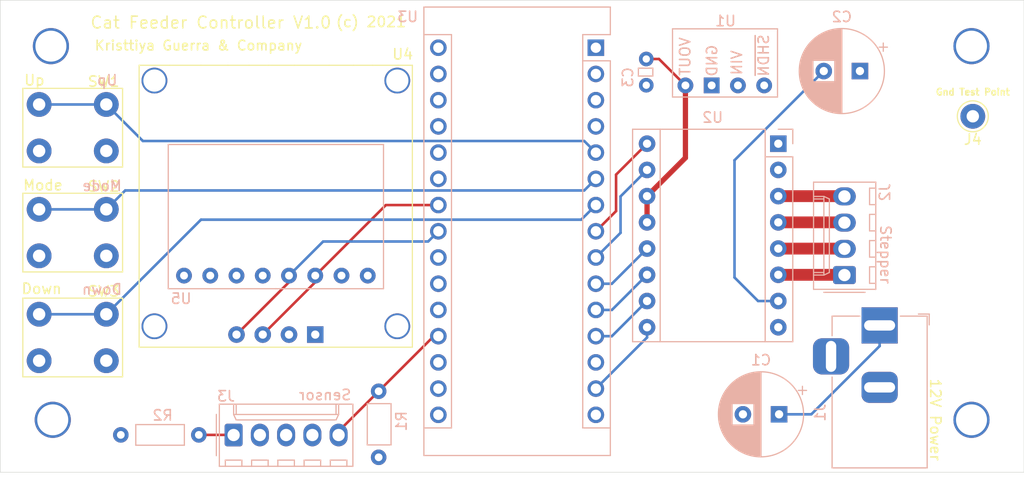
<source format=kicad_pcb>
(kicad_pcb (version 20171130) (host pcbnew "(5.1.10)-1")

  (general
    (thickness 1.6)
    (drawings 18)
    (tracks 63)
    (zones 0)
    (modules 21)
    (nets 45)
  )

  (page A4)
  (layers
    (0 F.Cu signal)
    (31 B.Cu signal)
    (32 B.Adhes user)
    (33 F.Adhes user)
    (34 B.Paste user hide)
    (35 F.Paste user)
    (36 B.SilkS user)
    (37 F.SilkS user)
    (38 B.Mask user hide)
    (39 F.Mask user hide)
    (40 Dwgs.User user hide)
    (41 Cmts.User user hide)
    (42 Eco1.User user hide)
    (43 Eco2.User user hide)
    (44 Edge.Cuts user)
    (45 Margin user hide)
    (46 B.CrtYd user hide)
    (47 F.CrtYd user hide)
    (48 B.Fab user hide)
    (49 F.Fab user hide)
  )

  (setup
    (last_trace_width 0.25)
    (trace_clearance 0.2)
    (zone_clearance 0.508)
    (zone_45_only no)
    (trace_min 0.2)
    (via_size 0.8)
    (via_drill 0.4)
    (via_min_size 0.4)
    (via_min_drill 0.3)
    (uvia_size 0.3)
    (uvia_drill 0.1)
    (uvias_allowed no)
    (uvia_min_size 0.2)
    (uvia_min_drill 0.1)
    (edge_width 0.05)
    (segment_width 0.2)
    (pcb_text_width 0.3)
    (pcb_text_size 1.5 1.5)
    (mod_edge_width 0.12)
    (mod_text_size 1 1)
    (mod_text_width 0.15)
    (pad_size 1.524 1.524)
    (pad_drill 0.762)
    (pad_to_mask_clearance 0)
    (aux_axis_origin 0 0)
    (grid_origin 90.678 123.698)
    (visible_elements 7FFFFFFF)
    (pcbplotparams
      (layerselection 0x010fc_ffffffff)
      (usegerberextensions false)
      (usegerberattributes true)
      (usegerberadvancedattributes true)
      (creategerberjobfile true)
      (excludeedgelayer true)
      (linewidth 0.100000)
      (plotframeref false)
      (viasonmask false)
      (mode 1)
      (useauxorigin false)
      (hpglpennumber 1)
      (hpglpenspeed 20)
      (hpglpendiameter 15.000000)
      (psnegative false)
      (psa4output false)
      (plotreference true)
      (plotvalue true)
      (plotinvisibletext false)
      (padsonsilk false)
      (subtractmaskfromsilk false)
      (outputformat 1)
      (mirror false)
      (drillshape 0)
      (scaleselection 1)
      (outputdirectory "Gerbers/"))
  )

  (net 0 "")
  (net 1 +5V)
  (net 2 M2)
  (net 3 M1)
  (net 4 M0)
  (net 5 STEP)
  (net 6 SCL)
  (net 7 DIR)
  (net 8 SDA)
  (net 9 Down)
  (net 10 Mid)
  (net 11 Up)
  (net 12 GND)
  (net 13 Emit)
  (net 14 +12V)
  (net 15 "Net-(C2-Pad2)")
  (net 16 "Net-(J2-Pad4)")
  (net 17 "Net-(J2-Pad3)")
  (net 18 "Net-(J2-Pad2)")
  (net 19 "Net-(J2-Pad1)")
  (net 20 "Net-(J3-Pad1)")
  (net 21 ENABLE)
  (net 22 "Net-(J3-Pad3)")
  (net 23 "Net-(U1-Pad4)")
  (net 24 "Net-(U2-Pad2)")
  (net 25 SLEEP)
  (net 26 RESET)
  (net 27 "Net-(U3-Pad29)")
  (net 28 "Net-(U3-Pad13)")
  (net 29 "Net-(U3-Pad28)")
  (net 30 "Net-(U3-Pad26)")
  (net 31 "Net-(U3-Pad25)")
  (net 32 "Net-(U3-Pad22)")
  (net 33 "Net-(U3-Pad21)")
  (net 34 "Net-(U3-Pad3)")
  (net 35 "Net-(U3-Pad18)")
  (net 36 "Net-(U3-Pad2)")
  (net 37 "Net-(U3-Pad17)")
  (net 38 "Net-(U3-Pad1)")
  (net 39 +BATT)
  (net 40 "Net-(U5-Pad3)")
  (net 41 "Net-(U5-Pad2)")
  (net 42 "Net-(U5-Pad1)")
  (net 43 "Net-(U3-Pad20)")
  (net 44 "Net-(U3-Pad30)")

  (net_class Default "This is the default net class."
    (clearance 0.2)
    (trace_width 0.25)
    (via_dia 0.8)
    (via_drill 0.4)
    (uvia_dia 0.3)
    (uvia_drill 0.1)
    (add_net +12V)
    (add_net +5V)
    (add_net +BATT)
    (add_net DIR)
    (add_net Down)
    (add_net ENABLE)
    (add_net Emit)
    (add_net GND)
    (add_net M0)
    (add_net M1)
    (add_net M2)
    (add_net Mid)
    (add_net "Net-(C2-Pad2)")
    (add_net "Net-(J2-Pad1)")
    (add_net "Net-(J2-Pad2)")
    (add_net "Net-(J2-Pad3)")
    (add_net "Net-(J2-Pad4)")
    (add_net "Net-(J3-Pad1)")
    (add_net "Net-(J3-Pad3)")
    (add_net "Net-(U1-Pad4)")
    (add_net "Net-(U2-Pad2)")
    (add_net "Net-(U3-Pad1)")
    (add_net "Net-(U3-Pad13)")
    (add_net "Net-(U3-Pad17)")
    (add_net "Net-(U3-Pad18)")
    (add_net "Net-(U3-Pad2)")
    (add_net "Net-(U3-Pad20)")
    (add_net "Net-(U3-Pad21)")
    (add_net "Net-(U3-Pad22)")
    (add_net "Net-(U3-Pad25)")
    (add_net "Net-(U3-Pad26)")
    (add_net "Net-(U3-Pad28)")
    (add_net "Net-(U3-Pad29)")
    (add_net "Net-(U3-Pad3)")
    (add_net "Net-(U3-Pad30)")
    (add_net "Net-(U5-Pad1)")
    (add_net "Net-(U5-Pad2)")
    (add_net "Net-(U5-Pad3)")
    (add_net RESET)
    (add_net SCL)
    (add_net SDA)
    (add_net SLEEP)
    (add_net STEP)
    (add_net Up)
  )

  (module KittyCaddy:IIC_Display (layer F.Cu) (tedit 616EC300) (tstamp 61693C19)
    (at 108.458 115.443 180)
    (path /61595AE6)
    (fp_text reference U4 (at -16.0782 27.1526) (layer F.SilkS)
      (effects (font (size 1 1) (thickness 0.15)))
    )
    (fp_text value SSD1306_IIC_OLED_Display (at -6.604 -2.286) (layer F.Fab)
      (effects (font (size 1 1) (thickness 0.15)))
    )
    (fp_line (start -15.621 26.0858) (end -17.018 26.0858) (layer F.SilkS) (width 0.12))
    (fp_line (start -17.018 26.0858) (end -17.018 -1.2192) (layer F.SilkS) (width 0.12))
    (fp_line (start -15.621 26.0858) (end -13.1572 26.0858) (layer F.SilkS) (width 0.12))
    (fp_line (start -13.1572 26.0858) (end -11.3284 26.0858) (layer F.SilkS) (width 0.12))
    (fp_line (start -11.3284 26.0858) (end -8.9662 26.0858) (layer F.SilkS) (width 0.12))
    (fp_line (start -8.9662 26.0858) (end -5.6134 26.0858) (layer F.SilkS) (width 0.12))
    (fp_line (start -5.6134 26.0858) (end -3.0988 26.0858) (layer F.SilkS) (width 0.12))
    (fp_line (start -3.0988 26.0858) (end -1.1938 26.0858) (layer F.SilkS) (width 0.12))
    (fp_line (start -1.1938 26.0858) (end 0.8128 26.0858) (layer F.SilkS) (width 0.12))
    (fp_line (start 0.8128 26.0858) (end 3.429 26.0858) (layer F.SilkS) (width 0.12))
    (fp_line (start 3.429 26.0858) (end 6.477 26.0858) (layer F.SilkS) (width 0.12))
    (fp_line (start 6.477 26.0858) (end 9.4234 26.0858) (layer F.SilkS) (width 0.12))
    (fp_line (start 9.4234 26.0858) (end 9.4234 -1.2192) (layer F.SilkS) (width 0.12))
    (fp_line (start 9.4234 -1.2192) (end -17.018 -1.2192) (layer F.SilkS) (width 0.12))
    (pad ~ thru_hole circle (at 7.94 24.606 180) (size 2.5 2.5) (drill 2.15) (layers *.Cu *.Mask))
    (pad ~ thru_hole circle (at -15.56 24.606 180) (size 2.5 2.5) (drill 2.15) (layers *.Cu *.Mask))
    (pad ~ thru_hole circle (at -15.56 0.806 180) (size 2.5 2.5) (drill 2.15) (layers *.Cu *.Mask))
    (pad ~ thru_hole circle (at 7.94 0.805 180) (size 2.5 2.5) (drill 2.15) (layers *.Cu *.Mask))
    (pad 4 thru_hole circle (at 0 0 90) (size 1.6 1.6) (drill 0.8) (layers *.Cu *.Mask)
      (net 8 SDA))
    (pad 1 thru_hole rect (at -7.62 0 90) (size 1.6 1.6) (drill 0.8) (layers *.Cu *.Mask)
      (net 12 GND))
    (pad 2 thru_hole circle (at -5.08 0 90) (size 1.6 1.6) (drill 0.8) (layers *.Cu *.Mask)
      (net 1 +5V))
    (pad 3 thru_hole circle (at -2.54 0 90) (size 1.6 1.6) (drill 0.8) (layers *.Cu *.Mask)
      (net 6 SCL))
  )

  (module KittyCaddy:CF14JT10K0 (layer B.Cu) (tedit 6169AD5E) (tstamp 61693BA7)
    (at 122.2121 127.3302 90)
    (path /6160DC38)
    (fp_text reference R1 (at 3.5 2.2 90) (layer B.SilkS)
      (effects (font (size 1 1) (thickness 0.15)) (justify mirror))
    )
    (fp_text value 10k (at 3.6 3.6 90) (layer B.Fab)
      (effects (font (size 1 1) (thickness 0.15)) (justify mirror))
    )
    (fp_line (start 1.2 1.2) (end 1.2 -1.1) (layer B.SilkS) (width 0.12))
    (fp_line (start 1.2 1.2) (end 5.2 1.2) (layer B.SilkS) (width 0.12))
    (fp_line (start 5.2 1.2) (end 5.2 -1.1) (layer B.SilkS) (width 0.12))
    (fp_line (start 5.2 -1.1) (end 1.2 -1.1) (layer B.SilkS) (width 0.12))
    (pad 2 thru_hole circle (at 6.4 0 90) (size 1.5 1.5) (drill 0.75) (layers *.Cu *.Mask)
      (net 13 Emit))
    (pad 1 thru_hole circle (at 0 0 90) (size 1.5 1.5) (drill 0.75) (layers *.Cu *.Mask)
      (net 1 +5V))
  )

  (module KittyCaddy:MountingHole_3mmhole (layer F.Cu) (tedit 616EBA9B) (tstamp 616FDBA9)
    (at 179.578 123.698)
    (fp_text reference REF** (at 0.0508 -2.4876) (layer F.SilkS) hide
      (effects (font (size 1 1) (thickness 0.15)))
    )
    (fp_text value MountingHole_3mmhole (at 0.0008 -3.9876) (layer F.Fab) hide
      (effects (font (size 1 1) (thickness 0.15)))
    )
    (pad 1 thru_hole circle (at 0 0) (size 3.5 3.5) (drill 3) (layers *.Cu *.Mask))
  )

  (module KittyCaddy:MountingHole_3mmhole (layer F.Cu) (tedit 616EBA9B) (tstamp 616FDB94)
    (at 179.578 87.503)
    (fp_text reference REF** (at 0.0508 -2.4876) (layer F.SilkS) hide
      (effects (font (size 1 1) (thickness 0.15)))
    )
    (fp_text value MountingHole_3mmhole (at 0.0008 -3.9876) (layer F.Fab) hide
      (effects (font (size 1 1) (thickness 0.15)))
    )
    (pad 1 thru_hole circle (at 0 0) (size 3.5 3.5) (drill 3) (layers *.Cu *.Mask))
  )

  (module KittyCaddy:MountingHole_3mmhole (layer F.Cu) (tedit 616EBA9B) (tstamp 616FDB7F)
    (at 90.5002 87.503)
    (fp_text reference REF** (at 0.0508 -2.4876) (layer F.SilkS) hide
      (effects (font (size 1 1) (thickness 0.15)))
    )
    (fp_text value MountingHole_3mmhole (at 0.0008 -3.9876) (layer F.Fab) hide
      (effects (font (size 1 1) (thickness 0.15)))
    )
    (pad 1 thru_hole circle (at 0 0) (size 3.5 3.5) (drill 3) (layers *.Cu *.Mask))
  )

  (module KittyCaddy:MountingHole_3mmhole (layer F.Cu) (tedit 616EBA9B) (tstamp 616FDB53)
    (at 90.678 123.698)
    (fp_text reference REF** (at 0.0508 -2.4876) (layer F.SilkS) hide
      (effects (font (size 1 1) (thickness 0.15)))
    )
    (fp_text value MountingHole_3mmhole (at 0.0008 -3.9876) (layer F.Fab) hide
      (effects (font (size 1 1) (thickness 0.15)))
    )
    (pad 1 thru_hole circle (at 0 0) (size 3.5 3.5) (drill 3) (layers *.Cu *.Mask))
  )

  (module Connector_BarrelJack:BarrelJack_Horizontal (layer B.Cu) (tedit 5A1DBF6A) (tstamp 61771EDD)
    (at 170.688 114.554 90)
    (descr "DC Barrel Jack")
    (tags "Power Jack")
    (path /615B0B5B)
    (fp_text reference J1 (at -8.45 -5.75 270) (layer B.SilkS)
      (effects (font (size 1 1) (thickness 0.15)) (justify mirror))
    )
    (fp_text value "12 V Power" (at -6.2 5.5 270) (layer B.Fab)
      (effects (font (size 1 1) (thickness 0.15)) (justify mirror))
    )
    (fp_line (start -0.003213 4.505425) (end 0.8 3.75) (layer B.Fab) (width 0.1))
    (fp_line (start 1.1 3.75) (end 1.1 4.8) (layer B.SilkS) (width 0.12))
    (fp_line (start 0.05 4.8) (end 1.1 4.8) (layer B.SilkS) (width 0.12))
    (fp_line (start 1 4.5) (end 1 4.75) (layer B.CrtYd) (width 0.05))
    (fp_line (start 1 4.75) (end -14 4.75) (layer B.CrtYd) (width 0.05))
    (fp_line (start 1 4.5) (end 1 2) (layer B.CrtYd) (width 0.05))
    (fp_line (start 1 2) (end 2 2) (layer B.CrtYd) (width 0.05))
    (fp_line (start 2 2) (end 2 -2) (layer B.CrtYd) (width 0.05))
    (fp_line (start 2 -2) (end 1 -2) (layer B.CrtYd) (width 0.05))
    (fp_line (start 1 -2) (end 1 -4.75) (layer B.CrtYd) (width 0.05))
    (fp_line (start 1 -4.75) (end -1 -4.75) (layer B.CrtYd) (width 0.05))
    (fp_line (start -1 -4.75) (end -1 -6.75) (layer B.CrtYd) (width 0.05))
    (fp_line (start -1 -6.75) (end -5 -6.75) (layer B.CrtYd) (width 0.05))
    (fp_line (start -5 -6.75) (end -5 -4.75) (layer B.CrtYd) (width 0.05))
    (fp_line (start -5 -4.75) (end -14 -4.75) (layer B.CrtYd) (width 0.05))
    (fp_line (start -14 -4.75) (end -14 4.75) (layer B.CrtYd) (width 0.05))
    (fp_line (start -5 -4.6) (end -13.8 -4.6) (layer B.SilkS) (width 0.12))
    (fp_line (start -13.8 -4.6) (end -13.8 4.6) (layer B.SilkS) (width 0.12))
    (fp_line (start 0.9 -1.9) (end 0.9 -4.6) (layer B.SilkS) (width 0.12))
    (fp_line (start 0.9 -4.6) (end -1 -4.6) (layer B.SilkS) (width 0.12))
    (fp_line (start -13.8 4.6) (end 0.9 4.6) (layer B.SilkS) (width 0.12))
    (fp_line (start 0.9 4.6) (end 0.9 2) (layer B.SilkS) (width 0.12))
    (fp_line (start -10.2 4.5) (end -10.2 -4.5) (layer B.Fab) (width 0.1))
    (fp_line (start -13.7 4.5) (end -13.7 -4.5) (layer B.Fab) (width 0.1))
    (fp_line (start -13.7 -4.5) (end 0.8 -4.5) (layer B.Fab) (width 0.1))
    (fp_line (start 0.8 -4.5) (end 0.8 3.75) (layer B.Fab) (width 0.1))
    (fp_line (start 0 4.5) (end -13.7 4.5) (layer B.Fab) (width 0.1))
    (fp_text user %R (at -3 2.95 270) (layer B.Fab)
      (effects (font (size 1 1) (thickness 0.15)) (justify mirror))
    )
    (pad 3 thru_hole roundrect (at -3 -4.7 90) (size 3.5 3.5) (drill oval 3 1) (layers *.Cu *.Mask) (roundrect_rratio 0.25)
      (net 12 GND))
    (pad 2 thru_hole roundrect (at -6 0 90) (size 3 3.5) (drill oval 1 3) (layers *.Cu *.Mask) (roundrect_rratio 0.25)
      (net 12 GND))
    (pad 1 thru_hole rect (at 0 0 90) (size 3.5 3.5) (drill oval 1 3) (layers *.Cu *.Mask)
      (net 14 +12V))
    (model ${KISYS3DMOD}/Connector_BarrelJack.3dshapes/BarrelJack_Horizontal.wrl
      (at (xyz 0 0 0))
      (scale (xyz 1 1 1))
      (rotate (xyz 0 0 0))
    )
  )

  (module KittyCaddy:CFR-25JT-52-100R (layer B.Cu) (tedit 6169AE77) (tstamp 61693BB8)
    (at 104.8131 125.1585 180)
    (path /615FFB3F)
    (fp_text reference R2 (at 3.5 1.9) (layer B.SilkS)
      (effects (font (size 1 1) (thickness 0.15)) (justify mirror))
    )
    (fp_text value 100 (at 4.3 3.4) (layer B.Fab)
      (effects (font (size 1 1) (thickness 0.15)) (justify mirror))
    )
    (fp_line (start 1.4 1) (end 1.4 -1) (layer B.SilkS) (width 0.12))
    (fp_line (start 6.1 -1) (end 6.1 1) (layer B.SilkS) (width 0.12))
    (fp_line (start 1.4 1) (end 6.1 1) (layer B.SilkS) (width 0.12))
    (fp_line (start 6.1 -1) (end 1.4 -1) (layer B.SilkS) (width 0.12))
    (pad 2 thru_hole circle (at 7.55 0 180) (size 1.5 1.5) (drill 0.75) (layers *.Cu *.Mask)
      (net 1 +5V))
    (pad 1 thru_hole circle (at 0 0 180) (size 1.5 1.5) (drill 0.75) (layers *.Cu *.Mask)
      (net 20 "Net-(J3-Pad1)"))
  )

  (module Module:Pololu_Breakout-16_15.2x20.3mm (layer B.Cu) (tedit 58AB602C) (tstamp 6169F689)
    (at 160.8836 96.9518 180)
    (descr "Pololu Breakout 16-pin 15.2x20.3mm 0.6x0.8\\")
    (tags "Pololu Breakout")
    (path /615930B4)
    (fp_text reference U2 (at 6.35 2.54) (layer B.SilkS)
      (effects (font (size 1 1) (thickness 0.15)) (justify mirror))
    )
    (fp_text value DRV8825 (at 6.35 -20.17) (layer B.Fab)
      (effects (font (size 1 1) (thickness 0.15)) (justify mirror))
    )
    (fp_line (start 11.43 1.4) (end 11.43 -19.18) (layer B.SilkS) (width 0.12))
    (fp_line (start 1.27 -1.27) (end 1.27 -19.18) (layer B.SilkS) (width 0.12))
    (fp_line (start 0 1.4) (end -1.4 1.4) (layer B.SilkS) (width 0.12))
    (fp_line (start -1.4 1.4) (end -1.4 0) (layer B.SilkS) (width 0.12))
    (fp_line (start 1.27 1.4) (end 1.27 -1.27) (layer B.SilkS) (width 0.12))
    (fp_line (start 1.27 -1.27) (end -1.4 -1.27) (layer B.SilkS) (width 0.12))
    (fp_line (start -1.4 -1.27) (end -1.4 -19.18) (layer B.SilkS) (width 0.12))
    (fp_line (start -1.4 -19.18) (end 14.1 -19.18) (layer B.SilkS) (width 0.12))
    (fp_line (start 14.1 -19.18) (end 14.1 1.4) (layer B.SilkS) (width 0.12))
    (fp_line (start 14.1 1.4) (end 1.27 1.4) (layer B.SilkS) (width 0.12))
    (fp_line (start -1.27 0) (end 0 1.27) (layer B.Fab) (width 0.1))
    (fp_line (start 0 1.27) (end 13.97 1.27) (layer B.Fab) (width 0.1))
    (fp_line (start 13.97 1.27) (end 13.97 -19.05) (layer B.Fab) (width 0.1))
    (fp_line (start 13.97 -19.05) (end -1.27 -19.05) (layer B.Fab) (width 0.1))
    (fp_line (start -1.27 -19.05) (end -1.27 0) (layer B.Fab) (width 0.1))
    (fp_line (start -1.53 1.52) (end 14.21 1.52) (layer B.CrtYd) (width 0.05))
    (fp_line (start -1.53 1.52) (end -1.53 -19.3) (layer B.CrtYd) (width 0.05))
    (fp_line (start 14.21 -19.3) (end 14.21 1.52) (layer B.CrtYd) (width 0.05))
    (fp_line (start 14.21 -19.3) (end -1.53 -19.3) (layer B.CrtYd) (width 0.05))
    (fp_text user %R (at 6.35 0) (layer B.Fab)
      (effects (font (size 1 1) (thickness 0.15)) (justify mirror))
    )
    (pad 16 thru_hole oval (at 12.7 0 180) (size 1.6 1.6) (drill 0.8) (layers *.Cu *.Mask)
      (net 7 DIR))
    (pad 8 thru_hole oval (at 0 -17.78 180) (size 1.6 1.6) (drill 0.8) (layers *.Cu *.Mask)
      (net 14 +12V))
    (pad 15 thru_hole oval (at 12.7 -2.54 180) (size 1.6 1.6) (drill 0.8) (layers *.Cu *.Mask)
      (net 5 STEP))
    (pad 7 thru_hole oval (at 0 -15.24 180) (size 1.6 1.6) (drill 0.8) (layers *.Cu *.Mask)
      (net 15 "Net-(C2-Pad2)"))
    (pad 14 thru_hole oval (at 12.7 -5.08 180) (size 1.6 1.6) (drill 0.8) (layers *.Cu *.Mask)
      (net 1 +5V))
    (pad 6 thru_hole oval (at 0 -12.7 180) (size 1.6 1.6) (drill 0.8) (layers *.Cu *.Mask)
      (net 19 "Net-(J2-Pad1)"))
    (pad 13 thru_hole oval (at 12.7 -7.62 180) (size 1.6 1.6) (drill 0.8) (layers *.Cu *.Mask)
      (net 1 +5V))
    (pad 5 thru_hole oval (at 0 -10.16 180) (size 1.6 1.6) (drill 0.8) (layers *.Cu *.Mask)
      (net 18 "Net-(J2-Pad2)"))
    (pad 12 thru_hole oval (at 12.7 -10.16 180) (size 1.6 1.6) (drill 0.8) (layers *.Cu *.Mask)
      (net 2 M2))
    (pad 4 thru_hole oval (at 0 -7.62 180) (size 1.6 1.6) (drill 0.8) (layers *.Cu *.Mask)
      (net 17 "Net-(J2-Pad3)"))
    (pad 11 thru_hole oval (at 12.7 -12.7 180) (size 1.6 1.6) (drill 0.8) (layers *.Cu *.Mask)
      (net 3 M1))
    (pad 3 thru_hole oval (at 0 -5.08 180) (size 1.6 1.6) (drill 0.8) (layers *.Cu *.Mask)
      (net 16 "Net-(J2-Pad4)"))
    (pad 10 thru_hole oval (at 12.7 -15.24 180) (size 1.6 1.6) (drill 0.8) (layers *.Cu *.Mask)
      (net 4 M0))
    (pad 2 thru_hole oval (at 0 -2.54 180) (size 1.6 1.6) (drill 0.8) (layers *.Cu *.Mask)
      (net 24 "Net-(U2-Pad2)"))
    (pad 9 thru_hole oval (at 12.7 -17.78 180) (size 1.6 1.6) (drill 0.8) (layers *.Cu *.Mask)
      (net 21 ENABLE))
    (pad 1 thru_hole rect (at 0 0 180) (size 1.6 1.6) (drill 0.8) (layers *.Cu *.Mask)
      (net 12 GND))
    (model ${KISYS3DMOD}/Module.3dshapes/Pololu_Breakout-16_15.2x20.3mm.wrl
      (at (xyz 0 0 0))
      (scale (xyz 1 1 1))
      (rotate (xyz 0 0 0))
    )
  )

  (module KittyCaddy:DS3231 (layer B.Cu) (tedit 615F5B87) (tstamp 61693C2A)
    (at 103.378 109.728)
    (path /615F9CC9)
    (fp_text reference U5 (at -0.2794 2.2352) (layer B.SilkS)
      (effects (font (size 1 1) (thickness 0.15)) (justify mirror))
    )
    (fp_text value DS3231 (at 9.754 4.772) (layer B.Fab)
      (effects (font (size 1 1) (thickness 0.15)) (justify mirror))
    )
    (fp_line (start 8.89 1.27) (end 19.304 1.27) (layer B.SilkS) (width 0.12))
    (fp_line (start 19.304 1.27) (end 19.304 -12.7) (layer B.SilkS) (width 0.12))
    (fp_line (start 19.304 -12.7) (end -1.524 -12.7) (layer B.SilkS) (width 0.12))
    (fp_line (start -1.524 -12.7) (end -1.524 1.27) (layer B.SilkS) (width 0.12))
    (fp_line (start -1.524 1.27) (end 8.89 1.27) (layer B.SilkS) (width 0.12))
    (pad 8 thru_hole circle (at 17.78 0) (size 1.524 1.524) (drill 0.762) (layers *.Cu *.Mask)
      (net 1 +5V))
    (pad 6 thru_hole circle (at 12.7 0) (size 1.524 1.524) (drill 0.762) (layers *.Cu *.Mask)
      (net 6 SCL))
    (pad 7 thru_hole circle (at 15.24 0) (size 1.524 1.524) (drill 0.762) (layers *.Cu *.Mask)
      (net 12 GND))
    (pad 5 thru_hole circle (at 10.16 0) (size 1.524 1.524) (drill 0.762) (layers *.Cu *.Mask)
      (net 8 SDA))
    (pad 4 thru_hole circle (at 7.62 0) (size 1.524 1.524) (drill 0.762) (layers *.Cu *.Mask)
      (net 39 +BATT))
    (pad 3 thru_hole circle (at 5.08 0) (size 1.524 1.524) (drill 0.762) (layers *.Cu *.Mask)
      (net 40 "Net-(U5-Pad3)"))
    (pad 2 thru_hole circle (at 2.54 0) (size 1.524 1.524) (drill 0.762) (layers *.Cu *.Mask)
      (net 41 "Net-(U5-Pad2)"))
    (pad 1 thru_hole circle (at 0 0) (size 1.524 1.524) (drill 0.762) (layers *.Cu *.Mask)
      (net 42 "Net-(U5-Pad1)"))
  )

  (module KittyCaddy:D24V3F5 (layer B.Cu) (tedit 616EE8B9) (tstamp 616FB4B3)
    (at 158.2674 90.9066 180)
    (path /615C7451)
    (fp_text reference U1 (at 2.4892 5.842 180) (layer B.SilkS)
      (effects (font (size 1 1) (thickness 0.15)) (justify mirror))
    )
    (fp_text value D24V3F5 (at 1.9812 7.358 180) (layer B.Fab)
      (effects (font (size 1 1) (thickness 0.15)) (justify mirror))
    )
    (fp_line (start 7.62 -1.524) (end -2.54 -1.524) (layer B.SilkS) (width 0.12))
    (fp_line (start -2.54 -1.524) (end -2.54 5.08) (layer B.SilkS) (width 0.12))
    (fp_line (start -2.54 5.08) (end 7.62 5.08) (layer B.SilkS) (width 0.12))
    (fp_line (start 7.62 5.08) (end 7.62 -1.524) (layer B.SilkS) (width 0.12))
    (fp_text user ~SHDN (at -1.2 2.5 90) (layer B.SilkS)
      (effects (font (size 1 1) (thickness 0.15)) (justify mirror))
    )
    (fp_text user VIN (at 1.4 1.8 90) (layer B.SilkS)
      (effects (font (size 1 1) (thickness 0.15)) (justify mirror))
    )
    (fp_text user GND (at 3.8 2 90) (layer B.SilkS)
      (effects (font (size 1 1) (thickness 0.15)) (justify mirror))
    )
    (fp_text user VOUT (at 6.4 2.4 90) (layer B.SilkS)
      (effects (font (size 1 1) (thickness 0.15)) (justify mirror))
    )
    (pad 4 thru_hole circle (at -1.25 -0.4) (size 1.524 1.524) (drill 0.762) (layers *.Cu *.Mask)
      (net 23 "Net-(U1-Pad4)"))
    (pad 3 thru_hole circle (at 1.29 -0.4) (size 1.524 1.524) (drill 0.762) (layers *.Cu *.Mask)
      (net 14 +12V))
    (pad 2 thru_hole rect (at 3.83 -0.4) (size 1.524 1.524) (drill 0.762) (layers *.Cu *.Mask)
      (net 12 GND))
    (pad 1 thru_hole circle (at 6.37 -0.4) (size 1.524 1.524) (drill 0.762) (layers *.Cu *.Mask)
      (net 1 +5V))
  )

  (module Connector_Molex:Molex_KK-254_AE-6410-05A_1x05_P2.54mm_Vertical (layer B.Cu) (tedit 5EA53D3B) (tstamp 61693B96)
    (at 108.1786 125.1712)
    (descr "Molex KK-254 Interconnect System, old/engineering part number: AE-6410-05A example for new part number: 22-27-2051, 5 Pins (http://www.molex.com/pdm_docs/sd/022272021_sd.pdf), generated with kicad-footprint-generator")
    (tags "connector Molex KK-254 vertical")
    (path /61600DB3)
    (fp_text reference J3 (at -0.7366 -3.7592) (layer B.SilkS)
      (effects (font (size 1 1) (thickness 0.15)) (justify mirror))
    )
    (fp_text value digikey:OPB740WZ (at 5.08 -4.08) (layer B.Fab)
      (effects (font (size 1 1) (thickness 0.15)) (justify mirror))
    )
    (fp_line (start -1.27 2.92) (end -1.27 -2.88) (layer B.Fab) (width 0.1))
    (fp_line (start -1.27 -2.88) (end 11.43 -2.88) (layer B.Fab) (width 0.1))
    (fp_line (start 11.43 -2.88) (end 11.43 2.92) (layer B.Fab) (width 0.1))
    (fp_line (start 11.43 2.92) (end -1.27 2.92) (layer B.Fab) (width 0.1))
    (fp_line (start -1.38 3.03) (end -1.38 -2.99) (layer B.SilkS) (width 0.12))
    (fp_line (start -1.38 -2.99) (end 11.54 -2.99) (layer B.SilkS) (width 0.12))
    (fp_line (start 11.54 -2.99) (end 11.54 3.03) (layer B.SilkS) (width 0.12))
    (fp_line (start 11.54 3.03) (end -1.38 3.03) (layer B.SilkS) (width 0.12))
    (fp_line (start -1.67 2) (end -1.67 -2) (layer B.SilkS) (width 0.12))
    (fp_line (start -1.27 0.5) (end -0.562893 0) (layer B.Fab) (width 0.1))
    (fp_line (start -0.562893 0) (end -1.27 -0.5) (layer B.Fab) (width 0.1))
    (fp_line (start 0 -2.99) (end 0 -1.99) (layer B.SilkS) (width 0.12))
    (fp_line (start 0 -1.99) (end 10.16 -1.99) (layer B.SilkS) (width 0.12))
    (fp_line (start 10.16 -1.99) (end 10.16 -2.99) (layer B.SilkS) (width 0.12))
    (fp_line (start 0 -1.99) (end 0.25 -1.46) (layer B.SilkS) (width 0.12))
    (fp_line (start 0.25 -1.46) (end 9.91 -1.46) (layer B.SilkS) (width 0.12))
    (fp_line (start 9.91 -1.46) (end 10.16 -1.99) (layer B.SilkS) (width 0.12))
    (fp_line (start 0.25 -2.99) (end 0.25 -1.99) (layer B.SilkS) (width 0.12))
    (fp_line (start 9.91 -2.99) (end 9.91 -1.99) (layer B.SilkS) (width 0.12))
    (fp_line (start -0.8 3.03) (end -0.8 2.43) (layer B.SilkS) (width 0.12))
    (fp_line (start -0.8 2.43) (end 0.8 2.43) (layer B.SilkS) (width 0.12))
    (fp_line (start 0.8 2.43) (end 0.8 3.03) (layer B.SilkS) (width 0.12))
    (fp_line (start 1.74 3.03) (end 1.74 2.43) (layer B.SilkS) (width 0.12))
    (fp_line (start 1.74 2.43) (end 3.34 2.43) (layer B.SilkS) (width 0.12))
    (fp_line (start 3.34 2.43) (end 3.34 3.03) (layer B.SilkS) (width 0.12))
    (fp_line (start 4.28 3.03) (end 4.28 2.43) (layer B.SilkS) (width 0.12))
    (fp_line (start 4.28 2.43) (end 5.88 2.43) (layer B.SilkS) (width 0.12))
    (fp_line (start 5.88 2.43) (end 5.88 3.03) (layer B.SilkS) (width 0.12))
    (fp_line (start 6.82 3.03) (end 6.82 2.43) (layer B.SilkS) (width 0.12))
    (fp_line (start 6.82 2.43) (end 8.42 2.43) (layer B.SilkS) (width 0.12))
    (fp_line (start 8.42 2.43) (end 8.42 3.03) (layer B.SilkS) (width 0.12))
    (fp_line (start 9.36 3.03) (end 9.36 2.43) (layer B.SilkS) (width 0.12))
    (fp_line (start 9.36 2.43) (end 10.96 2.43) (layer B.SilkS) (width 0.12))
    (fp_line (start 10.96 2.43) (end 10.96 3.03) (layer B.SilkS) (width 0.12))
    (fp_line (start -1.77 3.42) (end -1.77 -3.38) (layer B.CrtYd) (width 0.05))
    (fp_line (start -1.77 -3.38) (end 11.93 -3.38) (layer B.CrtYd) (width 0.05))
    (fp_line (start 11.93 -3.38) (end 11.93 3.42) (layer B.CrtYd) (width 0.05))
    (fp_line (start 11.93 3.42) (end -1.77 3.42) (layer B.CrtYd) (width 0.05))
    (fp_text user %R (at 5.08 2.22) (layer B.Fab)
      (effects (font (size 1 1) (thickness 0.15)) (justify mirror))
    )
    (pad 5 thru_hole oval (at 10.16 0) (size 1.74 2.19) (drill 1.19) (layers *.Cu *.Mask)
      (net 13 Emit))
    (pad 4 thru_hole oval (at 7.62 0) (size 1.74 2.19) (drill 1.19) (layers *.Cu *.Mask)
      (net 12 GND))
    (pad 3 thru_hole oval (at 5.08 0) (size 1.74 2.19) (drill 1.19) (layers *.Cu *.Mask)
      (net 22 "Net-(J3-Pad3)"))
    (pad 2 thru_hole oval (at 2.54 0) (size 1.74 2.19) (drill 1.19) (layers *.Cu *.Mask)
      (net 12 GND))
    (pad 1 thru_hole roundrect (at 0 0) (size 1.74 2.19) (drill 1.19) (layers *.Cu *.Mask) (roundrect_rratio 0.1436775862068966)
      (net 20 "Net-(J3-Pad1)"))
    (model ${KISYS3DMOD}/Connector_Molex.3dshapes/Molex_KK-254_AE-6410-05A_1x05_P2.54mm_Vertical.wrl
      (at (xyz 0 0 0))
      (scale (xyz 1 1 1))
      (rotate (xyz 0 0 0))
    )
  )

  (module Connector_Molex:Molex_KK-254_AE-6410-04A_1x04_P2.54mm_Vertical (layer B.Cu) (tedit 5EA53D3B) (tstamp 61693B66)
    (at 167.2844 109.6772 90)
    (descr "Molex KK-254 Interconnect System, old/engineering part number: AE-6410-04A example for new part number: 22-27-2041, 4 Pins (http://www.molex.com/pdm_docs/sd/022272021_sd.pdf), generated with kicad-footprint-generator")
    (tags "connector Molex KK-254 vertical")
    (path /615B252F)
    (fp_text reference J2 (at 8.0137 3.9116 90) (layer B.SilkS)
      (effects (font (size 1 1) (thickness 0.15)) (justify mirror))
    )
    (fp_text value digikey:17HS13-1204S (at 3.81 -4.08 90) (layer B.Fab)
      (effects (font (size 1 1) (thickness 0.15)) (justify mirror))
    )
    (fp_line (start -1.27 2.92) (end -1.27 -2.88) (layer B.Fab) (width 0.1))
    (fp_line (start -1.27 -2.88) (end 8.89 -2.88) (layer B.Fab) (width 0.1))
    (fp_line (start 8.89 -2.88) (end 8.89 2.92) (layer B.Fab) (width 0.1))
    (fp_line (start 8.89 2.92) (end -1.27 2.92) (layer B.Fab) (width 0.1))
    (fp_line (start -1.38 3.03) (end -1.38 -2.99) (layer B.SilkS) (width 0.12))
    (fp_line (start -1.38 -2.99) (end 9 -2.99) (layer B.SilkS) (width 0.12))
    (fp_line (start 9 -2.99) (end 9 3.03) (layer B.SilkS) (width 0.12))
    (fp_line (start 9 3.03) (end -1.38 3.03) (layer B.SilkS) (width 0.12))
    (fp_line (start -1.67 2) (end -1.67 -2) (layer B.SilkS) (width 0.12))
    (fp_line (start -1.27 0.5) (end -0.562893 0) (layer B.Fab) (width 0.1))
    (fp_line (start -0.562893 0) (end -1.27 -0.5) (layer B.Fab) (width 0.1))
    (fp_line (start 0 -2.99) (end 0 -1.99) (layer B.SilkS) (width 0.12))
    (fp_line (start 0 -1.99) (end 7.62 -1.99) (layer B.SilkS) (width 0.12))
    (fp_line (start 7.62 -1.99) (end 7.62 -2.99) (layer B.SilkS) (width 0.12))
    (fp_line (start 0 -1.99) (end 0.25 -1.46) (layer B.SilkS) (width 0.12))
    (fp_line (start 0.25 -1.46) (end 7.37 -1.46) (layer B.SilkS) (width 0.12))
    (fp_line (start 7.37 -1.46) (end 7.62 -1.99) (layer B.SilkS) (width 0.12))
    (fp_line (start 0.25 -2.99) (end 0.25 -1.99) (layer B.SilkS) (width 0.12))
    (fp_line (start 7.37 -2.99) (end 7.37 -1.99) (layer B.SilkS) (width 0.12))
    (fp_line (start -0.8 3.03) (end -0.8 2.43) (layer B.SilkS) (width 0.12))
    (fp_line (start -0.8 2.43) (end 0.8 2.43) (layer B.SilkS) (width 0.12))
    (fp_line (start 0.8 2.43) (end 0.8 3.03) (layer B.SilkS) (width 0.12))
    (fp_line (start 1.74 3.03) (end 1.74 2.43) (layer B.SilkS) (width 0.12))
    (fp_line (start 1.74 2.43) (end 3.34 2.43) (layer B.SilkS) (width 0.12))
    (fp_line (start 3.34 2.43) (end 3.34 3.03) (layer B.SilkS) (width 0.12))
    (fp_line (start 4.28 3.03) (end 4.28 2.43) (layer B.SilkS) (width 0.12))
    (fp_line (start 4.28 2.43) (end 5.88 2.43) (layer B.SilkS) (width 0.12))
    (fp_line (start 5.88 2.43) (end 5.88 3.03) (layer B.SilkS) (width 0.12))
    (fp_line (start 6.82 3.03) (end 6.82 2.43) (layer B.SilkS) (width 0.12))
    (fp_line (start 6.82 2.43) (end 8.42 2.43) (layer B.SilkS) (width 0.12))
    (fp_line (start 8.42 2.43) (end 8.42 3.03) (layer B.SilkS) (width 0.12))
    (fp_line (start -1.77 3.42) (end -1.77 -3.38) (layer B.CrtYd) (width 0.05))
    (fp_line (start -1.77 -3.38) (end 9.39 -3.38) (layer B.CrtYd) (width 0.05))
    (fp_line (start 9.39 -3.38) (end 9.39 3.42) (layer B.CrtYd) (width 0.05))
    (fp_line (start 9.39 3.42) (end -1.77 3.42) (layer B.CrtYd) (width 0.05))
    (fp_text user %R (at 3.81 2.22 90) (layer B.Fab)
      (effects (font (size 1 1) (thickness 0.15)) (justify mirror))
    )
    (pad 4 thru_hole oval (at 7.62 0 90) (size 1.74 2.19) (drill 1.19) (layers *.Cu *.Mask)
      (net 16 "Net-(J2-Pad4)"))
    (pad 3 thru_hole oval (at 5.08 0 90) (size 1.74 2.19) (drill 1.19) (layers *.Cu *.Mask)
      (net 17 "Net-(J2-Pad3)"))
    (pad 2 thru_hole oval (at 2.54 0 90) (size 1.74 2.19) (drill 1.19) (layers *.Cu *.Mask)
      (net 18 "Net-(J2-Pad2)"))
    (pad 1 thru_hole roundrect (at 0 0 90) (size 1.74 2.19) (drill 1.19) (layers *.Cu *.Mask) (roundrect_rratio 0.1436775862068966)
      (net 19 "Net-(J2-Pad1)"))
    (model ${KISYS3DMOD}/Connector_Molex.3dshapes/Molex_KK-254_AE-6410-04A_1x04_P2.54mm_Vertical.wrl
      (at (xyz 0 0 0))
      (scale (xyz 1 1 1))
      (rotate (xyz 0 0 0))
    )
  )

  (module Capacitor_THT:CP_Radial_D8.0mm_P3.50mm (layer B.Cu) (tedit 5AE50EF0) (tstamp 616FBD6F)
    (at 168.783 89.916 180)
    (descr "CP, Radial series, Radial, pin pitch=3.50mm, , diameter=8mm, Electrolytic Capacitor")
    (tags "CP Radial series Radial pin pitch 3.50mm  diameter 8mm Electrolytic Capacitor")
    (path /61660820)
    (fp_text reference C2 (at 1.75 5.25 180) (layer B.SilkS)
      (effects (font (size 1 1) (thickness 0.15)) (justify mirror))
    )
    (fp_text value 100uF (at 1.75 -5.25 180) (layer B.Fab)
      (effects (font (size 1 1) (thickness 0.15)) (justify mirror))
    )
    (fp_circle (center 1.75 0) (end 5.75 0) (layer B.Fab) (width 0.1))
    (fp_circle (center 1.75 0) (end 5.87 0) (layer B.SilkS) (width 0.12))
    (fp_circle (center 1.75 0) (end 6 0) (layer B.CrtYd) (width 0.05))
    (fp_line (start -1.676759 1.7475) (end -0.876759 1.7475) (layer B.Fab) (width 0.1))
    (fp_line (start -1.276759 2.1475) (end -1.276759 1.3475) (layer B.Fab) (width 0.1))
    (fp_line (start 1.75 4.08) (end 1.75 -4.08) (layer B.SilkS) (width 0.12))
    (fp_line (start 1.79 4.08) (end 1.79 -4.08) (layer B.SilkS) (width 0.12))
    (fp_line (start 1.83 4.08) (end 1.83 -4.08) (layer B.SilkS) (width 0.12))
    (fp_line (start 1.87 4.079) (end 1.87 -4.079) (layer B.SilkS) (width 0.12))
    (fp_line (start 1.91 4.077) (end 1.91 -4.077) (layer B.SilkS) (width 0.12))
    (fp_line (start 1.95 4.076) (end 1.95 -4.076) (layer B.SilkS) (width 0.12))
    (fp_line (start 1.99 4.074) (end 1.99 -4.074) (layer B.SilkS) (width 0.12))
    (fp_line (start 2.03 4.071) (end 2.03 -4.071) (layer B.SilkS) (width 0.12))
    (fp_line (start 2.07 4.068) (end 2.07 -4.068) (layer B.SilkS) (width 0.12))
    (fp_line (start 2.11 4.065) (end 2.11 -4.065) (layer B.SilkS) (width 0.12))
    (fp_line (start 2.15 4.061) (end 2.15 -4.061) (layer B.SilkS) (width 0.12))
    (fp_line (start 2.19 4.057) (end 2.19 -4.057) (layer B.SilkS) (width 0.12))
    (fp_line (start 2.23 4.052) (end 2.23 -4.052) (layer B.SilkS) (width 0.12))
    (fp_line (start 2.27 4.048) (end 2.27 -4.048) (layer B.SilkS) (width 0.12))
    (fp_line (start 2.31 4.042) (end 2.31 -4.042) (layer B.SilkS) (width 0.12))
    (fp_line (start 2.35 4.037) (end 2.35 -4.037) (layer B.SilkS) (width 0.12))
    (fp_line (start 2.39 4.03) (end 2.39 -4.03) (layer B.SilkS) (width 0.12))
    (fp_line (start 2.43 4.024) (end 2.43 -4.024) (layer B.SilkS) (width 0.12))
    (fp_line (start 2.471 4.017) (end 2.471 1.04) (layer B.SilkS) (width 0.12))
    (fp_line (start 2.471 -1.04) (end 2.471 -4.017) (layer B.SilkS) (width 0.12))
    (fp_line (start 2.511 4.01) (end 2.511 1.04) (layer B.SilkS) (width 0.12))
    (fp_line (start 2.511 -1.04) (end 2.511 -4.01) (layer B.SilkS) (width 0.12))
    (fp_line (start 2.551 4.002) (end 2.551 1.04) (layer B.SilkS) (width 0.12))
    (fp_line (start 2.551 -1.04) (end 2.551 -4.002) (layer B.SilkS) (width 0.12))
    (fp_line (start 2.591 3.994) (end 2.591 1.04) (layer B.SilkS) (width 0.12))
    (fp_line (start 2.591 -1.04) (end 2.591 -3.994) (layer B.SilkS) (width 0.12))
    (fp_line (start 2.631 3.985) (end 2.631 1.04) (layer B.SilkS) (width 0.12))
    (fp_line (start 2.631 -1.04) (end 2.631 -3.985) (layer B.SilkS) (width 0.12))
    (fp_line (start 2.671 3.976) (end 2.671 1.04) (layer B.SilkS) (width 0.12))
    (fp_line (start 2.671 -1.04) (end 2.671 -3.976) (layer B.SilkS) (width 0.12))
    (fp_line (start 2.711 3.967) (end 2.711 1.04) (layer B.SilkS) (width 0.12))
    (fp_line (start 2.711 -1.04) (end 2.711 -3.967) (layer B.SilkS) (width 0.12))
    (fp_line (start 2.751 3.957) (end 2.751 1.04) (layer B.SilkS) (width 0.12))
    (fp_line (start 2.751 -1.04) (end 2.751 -3.957) (layer B.SilkS) (width 0.12))
    (fp_line (start 2.791 3.947) (end 2.791 1.04) (layer B.SilkS) (width 0.12))
    (fp_line (start 2.791 -1.04) (end 2.791 -3.947) (layer B.SilkS) (width 0.12))
    (fp_line (start 2.831 3.936) (end 2.831 1.04) (layer B.SilkS) (width 0.12))
    (fp_line (start 2.831 -1.04) (end 2.831 -3.936) (layer B.SilkS) (width 0.12))
    (fp_line (start 2.871 3.925) (end 2.871 1.04) (layer B.SilkS) (width 0.12))
    (fp_line (start 2.871 -1.04) (end 2.871 -3.925) (layer B.SilkS) (width 0.12))
    (fp_line (start 2.911 3.914) (end 2.911 1.04) (layer B.SilkS) (width 0.12))
    (fp_line (start 2.911 -1.04) (end 2.911 -3.914) (layer B.SilkS) (width 0.12))
    (fp_line (start 2.951 3.902) (end 2.951 1.04) (layer B.SilkS) (width 0.12))
    (fp_line (start 2.951 -1.04) (end 2.951 -3.902) (layer B.SilkS) (width 0.12))
    (fp_line (start 2.991 3.889) (end 2.991 1.04) (layer B.SilkS) (width 0.12))
    (fp_line (start 2.991 -1.04) (end 2.991 -3.889) (layer B.SilkS) (width 0.12))
    (fp_line (start 3.031 3.877) (end 3.031 1.04) (layer B.SilkS) (width 0.12))
    (fp_line (start 3.031 -1.04) (end 3.031 -3.877) (layer B.SilkS) (width 0.12))
    (fp_line (start 3.071 3.863) (end 3.071 1.04) (layer B.SilkS) (width 0.12))
    (fp_line (start 3.071 -1.04) (end 3.071 -3.863) (layer B.SilkS) (width 0.12))
    (fp_line (start 3.111 3.85) (end 3.111 1.04) (layer B.SilkS) (width 0.12))
    (fp_line (start 3.111 -1.04) (end 3.111 -3.85) (layer B.SilkS) (width 0.12))
    (fp_line (start 3.151 3.835) (end 3.151 1.04) (layer B.SilkS) (width 0.12))
    (fp_line (start 3.151 -1.04) (end 3.151 -3.835) (layer B.SilkS) (width 0.12))
    (fp_line (start 3.191 3.821) (end 3.191 1.04) (layer B.SilkS) (width 0.12))
    (fp_line (start 3.191 -1.04) (end 3.191 -3.821) (layer B.SilkS) (width 0.12))
    (fp_line (start 3.231 3.805) (end 3.231 1.04) (layer B.SilkS) (width 0.12))
    (fp_line (start 3.231 -1.04) (end 3.231 -3.805) (layer B.SilkS) (width 0.12))
    (fp_line (start 3.271 3.79) (end 3.271 1.04) (layer B.SilkS) (width 0.12))
    (fp_line (start 3.271 -1.04) (end 3.271 -3.79) (layer B.SilkS) (width 0.12))
    (fp_line (start 3.311 3.774) (end 3.311 1.04) (layer B.SilkS) (width 0.12))
    (fp_line (start 3.311 -1.04) (end 3.311 -3.774) (layer B.SilkS) (width 0.12))
    (fp_line (start 3.351 3.757) (end 3.351 1.04) (layer B.SilkS) (width 0.12))
    (fp_line (start 3.351 -1.04) (end 3.351 -3.757) (layer B.SilkS) (width 0.12))
    (fp_line (start 3.391 3.74) (end 3.391 1.04) (layer B.SilkS) (width 0.12))
    (fp_line (start 3.391 -1.04) (end 3.391 -3.74) (layer B.SilkS) (width 0.12))
    (fp_line (start 3.431 3.722) (end 3.431 1.04) (layer B.SilkS) (width 0.12))
    (fp_line (start 3.431 -1.04) (end 3.431 -3.722) (layer B.SilkS) (width 0.12))
    (fp_line (start 3.471 3.704) (end 3.471 1.04) (layer B.SilkS) (width 0.12))
    (fp_line (start 3.471 -1.04) (end 3.471 -3.704) (layer B.SilkS) (width 0.12))
    (fp_line (start 3.511 3.686) (end 3.511 1.04) (layer B.SilkS) (width 0.12))
    (fp_line (start 3.511 -1.04) (end 3.511 -3.686) (layer B.SilkS) (width 0.12))
    (fp_line (start 3.551 3.666) (end 3.551 1.04) (layer B.SilkS) (width 0.12))
    (fp_line (start 3.551 -1.04) (end 3.551 -3.666) (layer B.SilkS) (width 0.12))
    (fp_line (start 3.591 3.647) (end 3.591 1.04) (layer B.SilkS) (width 0.12))
    (fp_line (start 3.591 -1.04) (end 3.591 -3.647) (layer B.SilkS) (width 0.12))
    (fp_line (start 3.631 3.627) (end 3.631 1.04) (layer B.SilkS) (width 0.12))
    (fp_line (start 3.631 -1.04) (end 3.631 -3.627) (layer B.SilkS) (width 0.12))
    (fp_line (start 3.671 3.606) (end 3.671 1.04) (layer B.SilkS) (width 0.12))
    (fp_line (start 3.671 -1.04) (end 3.671 -3.606) (layer B.SilkS) (width 0.12))
    (fp_line (start 3.711 3.584) (end 3.711 1.04) (layer B.SilkS) (width 0.12))
    (fp_line (start 3.711 -1.04) (end 3.711 -3.584) (layer B.SilkS) (width 0.12))
    (fp_line (start 3.751 3.562) (end 3.751 1.04) (layer B.SilkS) (width 0.12))
    (fp_line (start 3.751 -1.04) (end 3.751 -3.562) (layer B.SilkS) (width 0.12))
    (fp_line (start 3.791 3.54) (end 3.791 1.04) (layer B.SilkS) (width 0.12))
    (fp_line (start 3.791 -1.04) (end 3.791 -3.54) (layer B.SilkS) (width 0.12))
    (fp_line (start 3.831 3.517) (end 3.831 1.04) (layer B.SilkS) (width 0.12))
    (fp_line (start 3.831 -1.04) (end 3.831 -3.517) (layer B.SilkS) (width 0.12))
    (fp_line (start 3.871 3.493) (end 3.871 1.04) (layer B.SilkS) (width 0.12))
    (fp_line (start 3.871 -1.04) (end 3.871 -3.493) (layer B.SilkS) (width 0.12))
    (fp_line (start 3.911 3.469) (end 3.911 1.04) (layer B.SilkS) (width 0.12))
    (fp_line (start 3.911 -1.04) (end 3.911 -3.469) (layer B.SilkS) (width 0.12))
    (fp_line (start 3.951 3.444) (end 3.951 1.04) (layer B.SilkS) (width 0.12))
    (fp_line (start 3.951 -1.04) (end 3.951 -3.444) (layer B.SilkS) (width 0.12))
    (fp_line (start 3.991 3.418) (end 3.991 1.04) (layer B.SilkS) (width 0.12))
    (fp_line (start 3.991 -1.04) (end 3.991 -3.418) (layer B.SilkS) (width 0.12))
    (fp_line (start 4.031 3.392) (end 4.031 1.04) (layer B.SilkS) (width 0.12))
    (fp_line (start 4.031 -1.04) (end 4.031 -3.392) (layer B.SilkS) (width 0.12))
    (fp_line (start 4.071 3.365) (end 4.071 1.04) (layer B.SilkS) (width 0.12))
    (fp_line (start 4.071 -1.04) (end 4.071 -3.365) (layer B.SilkS) (width 0.12))
    (fp_line (start 4.111 3.338) (end 4.111 1.04) (layer B.SilkS) (width 0.12))
    (fp_line (start 4.111 -1.04) (end 4.111 -3.338) (layer B.SilkS) (width 0.12))
    (fp_line (start 4.151 3.309) (end 4.151 1.04) (layer B.SilkS) (width 0.12))
    (fp_line (start 4.151 -1.04) (end 4.151 -3.309) (layer B.SilkS) (width 0.12))
    (fp_line (start 4.191 3.28) (end 4.191 1.04) (layer B.SilkS) (width 0.12))
    (fp_line (start 4.191 -1.04) (end 4.191 -3.28) (layer B.SilkS) (width 0.12))
    (fp_line (start 4.231 3.25) (end 4.231 1.04) (layer B.SilkS) (width 0.12))
    (fp_line (start 4.231 -1.04) (end 4.231 -3.25) (layer B.SilkS) (width 0.12))
    (fp_line (start 4.271 3.22) (end 4.271 1.04) (layer B.SilkS) (width 0.12))
    (fp_line (start 4.271 -1.04) (end 4.271 -3.22) (layer B.SilkS) (width 0.12))
    (fp_line (start 4.311 3.189) (end 4.311 1.04) (layer B.SilkS) (width 0.12))
    (fp_line (start 4.311 -1.04) (end 4.311 -3.189) (layer B.SilkS) (width 0.12))
    (fp_line (start 4.351 3.156) (end 4.351 1.04) (layer B.SilkS) (width 0.12))
    (fp_line (start 4.351 -1.04) (end 4.351 -3.156) (layer B.SilkS) (width 0.12))
    (fp_line (start 4.391 3.124) (end 4.391 1.04) (layer B.SilkS) (width 0.12))
    (fp_line (start 4.391 -1.04) (end 4.391 -3.124) (layer B.SilkS) (width 0.12))
    (fp_line (start 4.431 3.09) (end 4.431 1.04) (layer B.SilkS) (width 0.12))
    (fp_line (start 4.431 -1.04) (end 4.431 -3.09) (layer B.SilkS) (width 0.12))
    (fp_line (start 4.471 3.055) (end 4.471 1.04) (layer B.SilkS) (width 0.12))
    (fp_line (start 4.471 -1.04) (end 4.471 -3.055) (layer B.SilkS) (width 0.12))
    (fp_line (start 4.511 3.019) (end 4.511 1.04) (layer B.SilkS) (width 0.12))
    (fp_line (start 4.511 -1.04) (end 4.511 -3.019) (layer B.SilkS) (width 0.12))
    (fp_line (start 4.551 2.983) (end 4.551 -2.983) (layer B.SilkS) (width 0.12))
    (fp_line (start 4.591 2.945) (end 4.591 -2.945) (layer B.SilkS) (width 0.12))
    (fp_line (start 4.631 2.907) (end 4.631 -2.907) (layer B.SilkS) (width 0.12))
    (fp_line (start 4.671 2.867) (end 4.671 -2.867) (layer B.SilkS) (width 0.12))
    (fp_line (start 4.711 2.826) (end 4.711 -2.826) (layer B.SilkS) (width 0.12))
    (fp_line (start 4.751 2.784) (end 4.751 -2.784) (layer B.SilkS) (width 0.12))
    (fp_line (start 4.791 2.741) (end 4.791 -2.741) (layer B.SilkS) (width 0.12))
    (fp_line (start 4.831 2.697) (end 4.831 -2.697) (layer B.SilkS) (width 0.12))
    (fp_line (start 4.871 2.651) (end 4.871 -2.651) (layer B.SilkS) (width 0.12))
    (fp_line (start 4.911 2.604) (end 4.911 -2.604) (layer B.SilkS) (width 0.12))
    (fp_line (start 4.951 2.556) (end 4.951 -2.556) (layer B.SilkS) (width 0.12))
    (fp_line (start 4.991 2.505) (end 4.991 -2.505) (layer B.SilkS) (width 0.12))
    (fp_line (start 5.031 2.454) (end 5.031 -2.454) (layer B.SilkS) (width 0.12))
    (fp_line (start 5.071 2.4) (end 5.071 -2.4) (layer B.SilkS) (width 0.12))
    (fp_line (start 5.111 2.345) (end 5.111 -2.345) (layer B.SilkS) (width 0.12))
    (fp_line (start 5.151 2.287) (end 5.151 -2.287) (layer B.SilkS) (width 0.12))
    (fp_line (start 5.191 2.228) (end 5.191 -2.228) (layer B.SilkS) (width 0.12))
    (fp_line (start 5.231 2.166) (end 5.231 -2.166) (layer B.SilkS) (width 0.12))
    (fp_line (start 5.271 2.102) (end 5.271 -2.102) (layer B.SilkS) (width 0.12))
    (fp_line (start 5.311 2.034) (end 5.311 -2.034) (layer B.SilkS) (width 0.12))
    (fp_line (start 5.351 1.964) (end 5.351 -1.964) (layer B.SilkS) (width 0.12))
    (fp_line (start 5.391 1.89) (end 5.391 -1.89) (layer B.SilkS) (width 0.12))
    (fp_line (start 5.431 1.813) (end 5.431 -1.813) (layer B.SilkS) (width 0.12))
    (fp_line (start 5.471 1.731) (end 5.471 -1.731) (layer B.SilkS) (width 0.12))
    (fp_line (start 5.511 1.645) (end 5.511 -1.645) (layer B.SilkS) (width 0.12))
    (fp_line (start 5.551 1.552) (end 5.551 -1.552) (layer B.SilkS) (width 0.12))
    (fp_line (start 5.591 1.453) (end 5.591 -1.453) (layer B.SilkS) (width 0.12))
    (fp_line (start 5.631 1.346) (end 5.631 -1.346) (layer B.SilkS) (width 0.12))
    (fp_line (start 5.671 1.229) (end 5.671 -1.229) (layer B.SilkS) (width 0.12))
    (fp_line (start 5.711 1.098) (end 5.711 -1.098) (layer B.SilkS) (width 0.12))
    (fp_line (start 5.751 0.948) (end 5.751 -0.948) (layer B.SilkS) (width 0.12))
    (fp_line (start 5.791 0.768) (end 5.791 -0.768) (layer B.SilkS) (width 0.12))
    (fp_line (start 5.831 0.533) (end 5.831 -0.533) (layer B.SilkS) (width 0.12))
    (fp_line (start -2.659698 2.315) (end -1.859698 2.315) (layer B.SilkS) (width 0.12))
    (fp_line (start -2.259698 2.715) (end -2.259698 1.915) (layer B.SilkS) (width 0.12))
    (fp_text user %R (at 1.75 0 180) (layer B.Fab)
      (effects (font (size 1 1) (thickness 0.15)) (justify mirror))
    )
    (pad 2 thru_hole circle (at 3.5 0 180) (size 1.6 1.6) (drill 0.8) (layers *.Cu *.Mask)
      (net 15 "Net-(C2-Pad2)"))
    (pad 1 thru_hole rect (at 0 0 180) (size 1.6 1.6) (drill 0.8) (layers *.Cu *.Mask)
      (net 14 +12V))
    (model ${KISYS3DMOD}/Capacitor_THT.3dshapes/CP_Radial_D8.0mm_P3.50mm.wrl
      (at (xyz 0 0 0))
      (scale (xyz 1 1 1))
      (rotate (xyz 0 0 0))
    )
  )

  (module Capacitor_THT:CP_Radial_D8.0mm_P3.50mm (layer B.Cu) (tedit 5AE50EF0) (tstamp 616FA750)
    (at 160.9598 123.1646 180)
    (descr "CP, Radial series, Radial, pin pitch=3.50mm, , diameter=8mm, Electrolytic Capacitor")
    (tags "CP Radial series Radial pin pitch 3.50mm  diameter 8mm Electrolytic Capacitor")
    (path /61653AD0)
    (fp_text reference C1 (at 1.75 5.25) (layer B.SilkS)
      (effects (font (size 1 1) (thickness 0.15)) (justify mirror))
    )
    (fp_text value 100uF (at 1.75 -5.25) (layer B.Fab)
      (effects (font (size 1 1) (thickness 0.15)) (justify mirror))
    )
    (fp_circle (center 1.75 0) (end 5.75 0) (layer B.Fab) (width 0.1))
    (fp_circle (center 1.75 0) (end 5.87 0) (layer B.SilkS) (width 0.12))
    (fp_circle (center 1.75 0) (end 6 0) (layer B.CrtYd) (width 0.05))
    (fp_line (start -1.676759 1.7475) (end -0.876759 1.7475) (layer B.Fab) (width 0.1))
    (fp_line (start -1.276759 2.1475) (end -1.276759 1.3475) (layer B.Fab) (width 0.1))
    (fp_line (start 1.75 4.08) (end 1.75 -4.08) (layer B.SilkS) (width 0.12))
    (fp_line (start 1.79 4.08) (end 1.79 -4.08) (layer B.SilkS) (width 0.12))
    (fp_line (start 1.83 4.08) (end 1.83 -4.08) (layer B.SilkS) (width 0.12))
    (fp_line (start 1.87 4.079) (end 1.87 -4.079) (layer B.SilkS) (width 0.12))
    (fp_line (start 1.91 4.077) (end 1.91 -4.077) (layer B.SilkS) (width 0.12))
    (fp_line (start 1.95 4.076) (end 1.95 -4.076) (layer B.SilkS) (width 0.12))
    (fp_line (start 1.99 4.074) (end 1.99 -4.074) (layer B.SilkS) (width 0.12))
    (fp_line (start 2.03 4.071) (end 2.03 -4.071) (layer B.SilkS) (width 0.12))
    (fp_line (start 2.07 4.068) (end 2.07 -4.068) (layer B.SilkS) (width 0.12))
    (fp_line (start 2.11 4.065) (end 2.11 -4.065) (layer B.SilkS) (width 0.12))
    (fp_line (start 2.15 4.061) (end 2.15 -4.061) (layer B.SilkS) (width 0.12))
    (fp_line (start 2.19 4.057) (end 2.19 -4.057) (layer B.SilkS) (width 0.12))
    (fp_line (start 2.23 4.052) (end 2.23 -4.052) (layer B.SilkS) (width 0.12))
    (fp_line (start 2.27 4.048) (end 2.27 -4.048) (layer B.SilkS) (width 0.12))
    (fp_line (start 2.31 4.042) (end 2.31 -4.042) (layer B.SilkS) (width 0.12))
    (fp_line (start 2.35 4.037) (end 2.35 -4.037) (layer B.SilkS) (width 0.12))
    (fp_line (start 2.39 4.03) (end 2.39 -4.03) (layer B.SilkS) (width 0.12))
    (fp_line (start 2.43 4.024) (end 2.43 -4.024) (layer B.SilkS) (width 0.12))
    (fp_line (start 2.471 4.017) (end 2.471 1.04) (layer B.SilkS) (width 0.12))
    (fp_line (start 2.471 -1.04) (end 2.471 -4.017) (layer B.SilkS) (width 0.12))
    (fp_line (start 2.511 4.01) (end 2.511 1.04) (layer B.SilkS) (width 0.12))
    (fp_line (start 2.511 -1.04) (end 2.511 -4.01) (layer B.SilkS) (width 0.12))
    (fp_line (start 2.551 4.002) (end 2.551 1.04) (layer B.SilkS) (width 0.12))
    (fp_line (start 2.551 -1.04) (end 2.551 -4.002) (layer B.SilkS) (width 0.12))
    (fp_line (start 2.591 3.994) (end 2.591 1.04) (layer B.SilkS) (width 0.12))
    (fp_line (start 2.591 -1.04) (end 2.591 -3.994) (layer B.SilkS) (width 0.12))
    (fp_line (start 2.631 3.985) (end 2.631 1.04) (layer B.SilkS) (width 0.12))
    (fp_line (start 2.631 -1.04) (end 2.631 -3.985) (layer B.SilkS) (width 0.12))
    (fp_line (start 2.671 3.976) (end 2.671 1.04) (layer B.SilkS) (width 0.12))
    (fp_line (start 2.671 -1.04) (end 2.671 -3.976) (layer B.SilkS) (width 0.12))
    (fp_line (start 2.711 3.967) (end 2.711 1.04) (layer B.SilkS) (width 0.12))
    (fp_line (start 2.711 -1.04) (end 2.711 -3.967) (layer B.SilkS) (width 0.12))
    (fp_line (start 2.751 3.957) (end 2.751 1.04) (layer B.SilkS) (width 0.12))
    (fp_line (start 2.751 -1.04) (end 2.751 -3.957) (layer B.SilkS) (width 0.12))
    (fp_line (start 2.791 3.947) (end 2.791 1.04) (layer B.SilkS) (width 0.12))
    (fp_line (start 2.791 -1.04) (end 2.791 -3.947) (layer B.SilkS) (width 0.12))
    (fp_line (start 2.831 3.936) (end 2.831 1.04) (layer B.SilkS) (width 0.12))
    (fp_line (start 2.831 -1.04) (end 2.831 -3.936) (layer B.SilkS) (width 0.12))
    (fp_line (start 2.871 3.925) (end 2.871 1.04) (layer B.SilkS) (width 0.12))
    (fp_line (start 2.871 -1.04) (end 2.871 -3.925) (layer B.SilkS) (width 0.12))
    (fp_line (start 2.911 3.914) (end 2.911 1.04) (layer B.SilkS) (width 0.12))
    (fp_line (start 2.911 -1.04) (end 2.911 -3.914) (layer B.SilkS) (width 0.12))
    (fp_line (start 2.951 3.902) (end 2.951 1.04) (layer B.SilkS) (width 0.12))
    (fp_line (start 2.951 -1.04) (end 2.951 -3.902) (layer B.SilkS) (width 0.12))
    (fp_line (start 2.991 3.889) (end 2.991 1.04) (layer B.SilkS) (width 0.12))
    (fp_line (start 2.991 -1.04) (end 2.991 -3.889) (layer B.SilkS) (width 0.12))
    (fp_line (start 3.031 3.877) (end 3.031 1.04) (layer B.SilkS) (width 0.12))
    (fp_line (start 3.031 -1.04) (end 3.031 -3.877) (layer B.SilkS) (width 0.12))
    (fp_line (start 3.071 3.863) (end 3.071 1.04) (layer B.SilkS) (width 0.12))
    (fp_line (start 3.071 -1.04) (end 3.071 -3.863) (layer B.SilkS) (width 0.12))
    (fp_line (start 3.111 3.85) (end 3.111 1.04) (layer B.SilkS) (width 0.12))
    (fp_line (start 3.111 -1.04) (end 3.111 -3.85) (layer B.SilkS) (width 0.12))
    (fp_line (start 3.151 3.835) (end 3.151 1.04) (layer B.SilkS) (width 0.12))
    (fp_line (start 3.151 -1.04) (end 3.151 -3.835) (layer B.SilkS) (width 0.12))
    (fp_line (start 3.191 3.821) (end 3.191 1.04) (layer B.SilkS) (width 0.12))
    (fp_line (start 3.191 -1.04) (end 3.191 -3.821) (layer B.SilkS) (width 0.12))
    (fp_line (start 3.231 3.805) (end 3.231 1.04) (layer B.SilkS) (width 0.12))
    (fp_line (start 3.231 -1.04) (end 3.231 -3.805) (layer B.SilkS) (width 0.12))
    (fp_line (start 3.271 3.79) (end 3.271 1.04) (layer B.SilkS) (width 0.12))
    (fp_line (start 3.271 -1.04) (end 3.271 -3.79) (layer B.SilkS) (width 0.12))
    (fp_line (start 3.311 3.774) (end 3.311 1.04) (layer B.SilkS) (width 0.12))
    (fp_line (start 3.311 -1.04) (end 3.311 -3.774) (layer B.SilkS) (width 0.12))
    (fp_line (start 3.351 3.757) (end 3.351 1.04) (layer B.SilkS) (width 0.12))
    (fp_line (start 3.351 -1.04) (end 3.351 -3.757) (layer B.SilkS) (width 0.12))
    (fp_line (start 3.391 3.74) (end 3.391 1.04) (layer B.SilkS) (width 0.12))
    (fp_line (start 3.391 -1.04) (end 3.391 -3.74) (layer B.SilkS) (width 0.12))
    (fp_line (start 3.431 3.722) (end 3.431 1.04) (layer B.SilkS) (width 0.12))
    (fp_line (start 3.431 -1.04) (end 3.431 -3.722) (layer B.SilkS) (width 0.12))
    (fp_line (start 3.471 3.704) (end 3.471 1.04) (layer B.SilkS) (width 0.12))
    (fp_line (start 3.471 -1.04) (end 3.471 -3.704) (layer B.SilkS) (width 0.12))
    (fp_line (start 3.511 3.686) (end 3.511 1.04) (layer B.SilkS) (width 0.12))
    (fp_line (start 3.511 -1.04) (end 3.511 -3.686) (layer B.SilkS) (width 0.12))
    (fp_line (start 3.551 3.666) (end 3.551 1.04) (layer B.SilkS) (width 0.12))
    (fp_line (start 3.551 -1.04) (end 3.551 -3.666) (layer B.SilkS) (width 0.12))
    (fp_line (start 3.591 3.647) (end 3.591 1.04) (layer B.SilkS) (width 0.12))
    (fp_line (start 3.591 -1.04) (end 3.591 -3.647) (layer B.SilkS) (width 0.12))
    (fp_line (start 3.631 3.627) (end 3.631 1.04) (layer B.SilkS) (width 0.12))
    (fp_line (start 3.631 -1.04) (end 3.631 -3.627) (layer B.SilkS) (width 0.12))
    (fp_line (start 3.671 3.606) (end 3.671 1.04) (layer B.SilkS) (width 0.12))
    (fp_line (start 3.671 -1.04) (end 3.671 -3.606) (layer B.SilkS) (width 0.12))
    (fp_line (start 3.711 3.584) (end 3.711 1.04) (layer B.SilkS) (width 0.12))
    (fp_line (start 3.711 -1.04) (end 3.711 -3.584) (layer B.SilkS) (width 0.12))
    (fp_line (start 3.751 3.562) (end 3.751 1.04) (layer B.SilkS) (width 0.12))
    (fp_line (start 3.751 -1.04) (end 3.751 -3.562) (layer B.SilkS) (width 0.12))
    (fp_line (start 3.791 3.54) (end 3.791 1.04) (layer B.SilkS) (width 0.12))
    (fp_line (start 3.791 -1.04) (end 3.791 -3.54) (layer B.SilkS) (width 0.12))
    (fp_line (start 3.831 3.517) (end 3.831 1.04) (layer B.SilkS) (width 0.12))
    (fp_line (start 3.831 -1.04) (end 3.831 -3.517) (layer B.SilkS) (width 0.12))
    (fp_line (start 3.871 3.493) (end 3.871 1.04) (layer B.SilkS) (width 0.12))
    (fp_line (start 3.871 -1.04) (end 3.871 -3.493) (layer B.SilkS) (width 0.12))
    (fp_line (start 3.911 3.469) (end 3.911 1.04) (layer B.SilkS) (width 0.12))
    (fp_line (start 3.911 -1.04) (end 3.911 -3.469) (layer B.SilkS) (width 0.12))
    (fp_line (start 3.951 3.444) (end 3.951 1.04) (layer B.SilkS) (width 0.12))
    (fp_line (start 3.951 -1.04) (end 3.951 -3.444) (layer B.SilkS) (width 0.12))
    (fp_line (start 3.991 3.418) (end 3.991 1.04) (layer B.SilkS) (width 0.12))
    (fp_line (start 3.991 -1.04) (end 3.991 -3.418) (layer B.SilkS) (width 0.12))
    (fp_line (start 4.031 3.392) (end 4.031 1.04) (layer B.SilkS) (width 0.12))
    (fp_line (start 4.031 -1.04) (end 4.031 -3.392) (layer B.SilkS) (width 0.12))
    (fp_line (start 4.071 3.365) (end 4.071 1.04) (layer B.SilkS) (width 0.12))
    (fp_line (start 4.071 -1.04) (end 4.071 -3.365) (layer B.SilkS) (width 0.12))
    (fp_line (start 4.111 3.338) (end 4.111 1.04) (layer B.SilkS) (width 0.12))
    (fp_line (start 4.111 -1.04) (end 4.111 -3.338) (layer B.SilkS) (width 0.12))
    (fp_line (start 4.151 3.309) (end 4.151 1.04) (layer B.SilkS) (width 0.12))
    (fp_line (start 4.151 -1.04) (end 4.151 -3.309) (layer B.SilkS) (width 0.12))
    (fp_line (start 4.191 3.28) (end 4.191 1.04) (layer B.SilkS) (width 0.12))
    (fp_line (start 4.191 -1.04) (end 4.191 -3.28) (layer B.SilkS) (width 0.12))
    (fp_line (start 4.231 3.25) (end 4.231 1.04) (layer B.SilkS) (width 0.12))
    (fp_line (start 4.231 -1.04) (end 4.231 -3.25) (layer B.SilkS) (width 0.12))
    (fp_line (start 4.271 3.22) (end 4.271 1.04) (layer B.SilkS) (width 0.12))
    (fp_line (start 4.271 -1.04) (end 4.271 -3.22) (layer B.SilkS) (width 0.12))
    (fp_line (start 4.311 3.189) (end 4.311 1.04) (layer B.SilkS) (width 0.12))
    (fp_line (start 4.311 -1.04) (end 4.311 -3.189) (layer B.SilkS) (width 0.12))
    (fp_line (start 4.351 3.156) (end 4.351 1.04) (layer B.SilkS) (width 0.12))
    (fp_line (start 4.351 -1.04) (end 4.351 -3.156) (layer B.SilkS) (width 0.12))
    (fp_line (start 4.391 3.124) (end 4.391 1.04) (layer B.SilkS) (width 0.12))
    (fp_line (start 4.391 -1.04) (end 4.391 -3.124) (layer B.SilkS) (width 0.12))
    (fp_line (start 4.431 3.09) (end 4.431 1.04) (layer B.SilkS) (width 0.12))
    (fp_line (start 4.431 -1.04) (end 4.431 -3.09) (layer B.SilkS) (width 0.12))
    (fp_line (start 4.471 3.055) (end 4.471 1.04) (layer B.SilkS) (width 0.12))
    (fp_line (start 4.471 -1.04) (end 4.471 -3.055) (layer B.SilkS) (width 0.12))
    (fp_line (start 4.511 3.019) (end 4.511 1.04) (layer B.SilkS) (width 0.12))
    (fp_line (start 4.511 -1.04) (end 4.511 -3.019) (layer B.SilkS) (width 0.12))
    (fp_line (start 4.551 2.983) (end 4.551 -2.983) (layer B.SilkS) (width 0.12))
    (fp_line (start 4.591 2.945) (end 4.591 -2.945) (layer B.SilkS) (width 0.12))
    (fp_line (start 4.631 2.907) (end 4.631 -2.907) (layer B.SilkS) (width 0.12))
    (fp_line (start 4.671 2.867) (end 4.671 -2.867) (layer B.SilkS) (width 0.12))
    (fp_line (start 4.711 2.826) (end 4.711 -2.826) (layer B.SilkS) (width 0.12))
    (fp_line (start 4.751 2.784) (end 4.751 -2.784) (layer B.SilkS) (width 0.12))
    (fp_line (start 4.791 2.741) (end 4.791 -2.741) (layer B.SilkS) (width 0.12))
    (fp_line (start 4.831 2.697) (end 4.831 -2.697) (layer B.SilkS) (width 0.12))
    (fp_line (start 4.871 2.651) (end 4.871 -2.651) (layer B.SilkS) (width 0.12))
    (fp_line (start 4.911 2.604) (end 4.911 -2.604) (layer B.SilkS) (width 0.12))
    (fp_line (start 4.951 2.556) (end 4.951 -2.556) (layer B.SilkS) (width 0.12))
    (fp_line (start 4.991 2.505) (end 4.991 -2.505) (layer B.SilkS) (width 0.12))
    (fp_line (start 5.031 2.454) (end 5.031 -2.454) (layer B.SilkS) (width 0.12))
    (fp_line (start 5.071 2.4) (end 5.071 -2.4) (layer B.SilkS) (width 0.12))
    (fp_line (start 5.111 2.345) (end 5.111 -2.345) (layer B.SilkS) (width 0.12))
    (fp_line (start 5.151 2.287) (end 5.151 -2.287) (layer B.SilkS) (width 0.12))
    (fp_line (start 5.191 2.228) (end 5.191 -2.228) (layer B.SilkS) (width 0.12))
    (fp_line (start 5.231 2.166) (end 5.231 -2.166) (layer B.SilkS) (width 0.12))
    (fp_line (start 5.271 2.102) (end 5.271 -2.102) (layer B.SilkS) (width 0.12))
    (fp_line (start 5.311 2.034) (end 5.311 -2.034) (layer B.SilkS) (width 0.12))
    (fp_line (start 5.351 1.964) (end 5.351 -1.964) (layer B.SilkS) (width 0.12))
    (fp_line (start 5.391 1.89) (end 5.391 -1.89) (layer B.SilkS) (width 0.12))
    (fp_line (start 5.431 1.813) (end 5.431 -1.813) (layer B.SilkS) (width 0.12))
    (fp_line (start 5.471 1.731) (end 5.471 -1.731) (layer B.SilkS) (width 0.12))
    (fp_line (start 5.511 1.645) (end 5.511 -1.645) (layer B.SilkS) (width 0.12))
    (fp_line (start 5.551 1.552) (end 5.551 -1.552) (layer B.SilkS) (width 0.12))
    (fp_line (start 5.591 1.453) (end 5.591 -1.453) (layer B.SilkS) (width 0.12))
    (fp_line (start 5.631 1.346) (end 5.631 -1.346) (layer B.SilkS) (width 0.12))
    (fp_line (start 5.671 1.229) (end 5.671 -1.229) (layer B.SilkS) (width 0.12))
    (fp_line (start 5.711 1.098) (end 5.711 -1.098) (layer B.SilkS) (width 0.12))
    (fp_line (start 5.751 0.948) (end 5.751 -0.948) (layer B.SilkS) (width 0.12))
    (fp_line (start 5.791 0.768) (end 5.791 -0.768) (layer B.SilkS) (width 0.12))
    (fp_line (start 5.831 0.533) (end 5.831 -0.533) (layer B.SilkS) (width 0.12))
    (fp_line (start -2.659698 2.315) (end -1.859698 2.315) (layer B.SilkS) (width 0.12))
    (fp_line (start -2.259698 2.715) (end -2.259698 1.915) (layer B.SilkS) (width 0.12))
    (fp_text user %R (at 1.75 0) (layer B.Fab)
      (effects (font (size 1 1) (thickness 0.15)) (justify mirror))
    )
    (pad 2 thru_hole circle (at 3.5 0 180) (size 1.6 1.6) (drill 0.8) (layers *.Cu *.Mask)
      (net 12 GND))
    (pad 1 thru_hole rect (at 0 0 180) (size 1.6 1.6) (drill 0.8) (layers *.Cu *.Mask)
      (net 14 +12V))
    (model ${KISYS3DMOD}/Capacitor_THT.3dshapes/CP_Radial_D8.0mm_P3.50mm.wrl
      (at (xyz 0 0 0))
      (scale (xyz 1 1 1))
      (rotate (xyz 0 0 0))
    )
  )

  (module Module:Arduino_Nano (layer B.Cu) (tedit 58ACAF70) (tstamp 616A8493)
    (at 143.2306 87.6554 180)
    (descr "Arduino Nano, http://www.mouser.com/pdfdocs/Gravitech_Arduino_Nano3_0.pdf")
    (tags "Arduino Nano")
    (path /61690B4B)
    (fp_text reference U3 (at 18.2118 2.9972) (layer B.SilkS)
      (effects (font (size 1 1) (thickness 0.15)) (justify mirror))
    )
    (fp_text value Arduino_Nano_v2.x (at 8.89 -19.05 90) (layer F.Fab)
      (effects (font (size 1 1) (thickness 0.15)))
    )
    (fp_line (start 1.27 -1.27) (end 1.27 1.27) (layer B.SilkS) (width 0.12))
    (fp_line (start 1.27 1.27) (end -1.4 1.27) (layer B.SilkS) (width 0.12))
    (fp_line (start -1.4 -1.27) (end -1.4 -39.5) (layer B.SilkS) (width 0.12))
    (fp_line (start -1.4 3.94) (end -1.4 1.27) (layer B.SilkS) (width 0.12))
    (fp_line (start 13.97 1.27) (end 16.64 1.27) (layer B.SilkS) (width 0.12))
    (fp_line (start 13.97 1.27) (end 13.97 -36.83) (layer B.SilkS) (width 0.12))
    (fp_line (start 13.97 -36.83) (end 16.64 -36.83) (layer B.SilkS) (width 0.12))
    (fp_line (start 1.27 -1.27) (end -1.4 -1.27) (layer B.SilkS) (width 0.12))
    (fp_line (start 1.27 -1.27) (end 1.27 -36.83) (layer B.SilkS) (width 0.12))
    (fp_line (start 1.27 -36.83) (end -1.4 -36.83) (layer B.SilkS) (width 0.12))
    (fp_line (start 3.81 -31.75) (end 11.43 -31.75) (layer B.Fab) (width 0.1))
    (fp_line (start 11.43 -31.75) (end 11.43 -41.91) (layer B.Fab) (width 0.1))
    (fp_line (start 11.43 -41.91) (end 3.81 -41.91) (layer B.Fab) (width 0.1))
    (fp_line (start 3.81 -41.91) (end 3.81 -31.75) (layer B.Fab) (width 0.1))
    (fp_line (start -1.4 -39.5) (end 16.64 -39.5) (layer B.SilkS) (width 0.12))
    (fp_line (start 16.64 -39.5) (end 16.64 3.94) (layer B.SilkS) (width 0.12))
    (fp_line (start 16.64 3.94) (end -1.4 3.94) (layer B.SilkS) (width 0.12))
    (fp_line (start 16.51 -39.37) (end -1.27 -39.37) (layer B.Fab) (width 0.1))
    (fp_line (start -1.27 -39.37) (end -1.27 2.54) (layer B.Fab) (width 0.1))
    (fp_line (start -1.27 2.54) (end 0 3.81) (layer B.Fab) (width 0.1))
    (fp_line (start 0 3.81) (end 16.51 3.81) (layer B.Fab) (width 0.1))
    (fp_line (start 16.51 3.81) (end 16.51 -39.37) (layer B.Fab) (width 0.1))
    (fp_line (start -1.53 4.06) (end 16.75 4.06) (layer B.CrtYd) (width 0.05))
    (fp_line (start -1.53 4.06) (end -1.53 -42.16) (layer B.CrtYd) (width 0.05))
    (fp_line (start 16.75 -42.16) (end 16.75 4.06) (layer B.CrtYd) (width 0.05))
    (fp_line (start 16.75 -42.16) (end -1.53 -42.16) (layer B.CrtYd) (width 0.05))
    (fp_text user %R (at 6.35 -19.05 270) (layer B.Fab)
      (effects (font (size 1 1) (thickness 0.15)) (justify mirror))
    )
    (pad 16 thru_hole oval (at 15.24 -35.56 180) (size 1.6 1.6) (drill 1) (layers *.Cu *.Mask)
      (net 25 SLEEP))
    (pad 15 thru_hole oval (at 0 -35.56 180) (size 1.6 1.6) (drill 1) (layers *.Cu *.Mask)
      (net 26 RESET))
    (pad 30 thru_hole oval (at 15.24 0 180) (size 1.6 1.6) (drill 1) (layers *.Cu *.Mask)
      (net 44 "Net-(U3-Pad30)"))
    (pad 14 thru_hole oval (at 0 -33.02 180) (size 1.6 1.6) (drill 1) (layers *.Cu *.Mask)
      (net 21 ENABLE))
    (pad 29 thru_hole oval (at 15.24 -2.54 180) (size 1.6 1.6) (drill 1) (layers *.Cu *.Mask)
      (net 27 "Net-(U3-Pad29)"))
    (pad 13 thru_hole oval (at 0 -30.48 180) (size 1.6 1.6) (drill 1) (layers *.Cu *.Mask)
      (net 28 "Net-(U3-Pad13)"))
    (pad 28 thru_hole oval (at 15.24 -5.08 180) (size 1.6 1.6) (drill 1) (layers *.Cu *.Mask)
      (net 29 "Net-(U3-Pad28)"))
    (pad 12 thru_hole oval (at 0 -27.94 180) (size 1.6 1.6) (drill 1) (layers *.Cu *.Mask)
      (net 4 M0))
    (pad 27 thru_hole oval (at 15.24 -7.62 180) (size 1.6 1.6) (drill 1) (layers *.Cu *.Mask)
      (net 1 +5V))
    (pad 11 thru_hole oval (at 0 -25.4 180) (size 1.6 1.6) (drill 1) (layers *.Cu *.Mask)
      (net 3 M1))
    (pad 26 thru_hole oval (at 15.24 -10.16 180) (size 1.6 1.6) (drill 1) (layers *.Cu *.Mask)
      (net 30 "Net-(U3-Pad26)"))
    (pad 10 thru_hole oval (at 0 -22.86 180) (size 1.6 1.6) (drill 1) (layers *.Cu *.Mask)
      (net 2 M2))
    (pad 25 thru_hole oval (at 15.24 -12.7 180) (size 1.6 1.6) (drill 1) (layers *.Cu *.Mask)
      (net 31 "Net-(U3-Pad25)"))
    (pad 9 thru_hole oval (at 0 -20.32 180) (size 1.6 1.6) (drill 1) (layers *.Cu *.Mask)
      (net 5 STEP))
    (pad 24 thru_hole oval (at 15.24 -15.24 180) (size 1.6 1.6) (drill 1) (layers *.Cu *.Mask)
      (net 6 SCL))
    (pad 8 thru_hole oval (at 0 -17.78 180) (size 1.6 1.6) (drill 1) (layers *.Cu *.Mask)
      (net 7 DIR))
    (pad 23 thru_hole oval (at 15.24 -17.78 180) (size 1.6 1.6) (drill 1) (layers *.Cu *.Mask)
      (net 8 SDA))
    (pad 7 thru_hole oval (at 0 -15.24 180) (size 1.6 1.6) (drill 1) (layers *.Cu *.Mask)
      (net 9 Down))
    (pad 22 thru_hole oval (at 15.24 -20.32 180) (size 1.6 1.6) (drill 1) (layers *.Cu *.Mask)
      (net 32 "Net-(U3-Pad22)"))
    (pad 6 thru_hole oval (at 0 -12.7 180) (size 1.6 1.6) (drill 1) (layers *.Cu *.Mask)
      (net 10 Mid))
    (pad 21 thru_hole oval (at 15.24 -22.86 180) (size 1.6 1.6) (drill 1) (layers *.Cu *.Mask)
      (net 33 "Net-(U3-Pad21)"))
    (pad 5 thru_hole oval (at 0 -10.16 180) (size 1.6 1.6) (drill 1) (layers *.Cu *.Mask)
      (net 11 Up))
    (pad 20 thru_hole oval (at 15.24 -25.4 180) (size 1.6 1.6) (drill 1) (layers *.Cu *.Mask)
      (net 43 "Net-(U3-Pad20)"))
    (pad 4 thru_hole oval (at 0 -7.62 180) (size 1.6 1.6) (drill 1) (layers *.Cu *.Mask)
      (net 12 GND))
    (pad 19 thru_hole oval (at 15.24 -27.94 180) (size 1.6 1.6) (drill 1) (layers *.Cu *.Mask)
      (net 13 Emit))
    (pad 3 thru_hole oval (at 0 -5.08 180) (size 1.6 1.6) (drill 1) (layers *.Cu *.Mask)
      (net 34 "Net-(U3-Pad3)"))
    (pad 18 thru_hole oval (at 15.24 -30.48 180) (size 1.6 1.6) (drill 1) (layers *.Cu *.Mask)
      (net 35 "Net-(U3-Pad18)"))
    (pad 2 thru_hole oval (at 0 -2.54 180) (size 1.6 1.6) (drill 1) (layers *.Cu *.Mask)
      (net 36 "Net-(U3-Pad2)"))
    (pad 17 thru_hole oval (at 15.24 -33.02 180) (size 1.6 1.6) (drill 1) (layers *.Cu *.Mask)
      (net 37 "Net-(U3-Pad17)"))
    (pad 1 thru_hole rect (at 0 0 180) (size 1.6 1.6) (drill 1) (layers *.Cu *.Mask)
      (net 38 "Net-(U3-Pad1)"))
    (model ${KISYS3DMOD}/Module.3dshapes/Arduino_Nano_WithMountingHoles.wrl
      (at (xyz 0 0 0))
      (scale (xyz 1 1 1))
      (rotate (xyz 0 0 0))
    )
  )

  (module KittyCaddy:DigikeyEG1833-ND (layer F.Cu) (tedit 6171BA40) (tstamp 616F88E1)
    (at 92.6084 95.4024)
    (path /61633F35)
    (fp_text reference SW1 (at 2.9972 -4.4704) (layer F.SilkS)
      (effects (font (size 1 1) (thickness 0.15)))
    )
    (fp_text value SW_Push (at 0.4572 -6.0706) (layer F.Fab)
      (effects (font (size 1 1) (thickness 0.15)))
    )
    (fp_circle (center 0 0.0026) (end 1.75 0.0026) (layer F.Fab) (width 0.12))
    (fp_line (start -4.826 -3.81) (end 4.826 -3.81) (layer F.SilkS) (width 0.12))
    (fp_line (start 4.826 -3.81) (end 4.826 3.81) (layer F.SilkS) (width 0.12))
    (fp_line (start 4.826 3.81) (end -4.826 3.81) (layer F.SilkS) (width 0.12))
    (fp_line (start -4.826 3.81) (end -4.826 -3.81) (layer F.SilkS) (width 0.12))
    (pad 1 thru_hole circle (at -3.25 2.25) (size 2.4 2.4) (drill 1.2) (layers *.Cu *.Mask)
      (net 12 GND))
    (pad 1 thru_hole circle (at 3.25 2.25) (size 2.4 2.4) (drill 1.2) (layers *.Cu *.Mask)
      (net 12 GND))
    (pad 2 thru_hole circle (at -3.25 -2.25) (size 2.4 2.4) (drill 1.2) (layers *.Cu *.Mask)
      (net 11 Up))
    (pad 2 thru_hole circle (at 3.25 -2.25) (size 2.4 2.4) (drill 1.2) (layers *.Cu *.Mask)
      (net 11 Up))
  )

  (module KittyCaddy:DigikeyEG1833-ND (layer F.Cu) (tedit 6171BA40) (tstamp 616F88ED)
    (at 92.6084 105.5624)
    (path /616B840D)
    (fp_text reference SW2 (at 2.9972 -4.4704) (layer F.SilkS)
      (effects (font (size 1 1) (thickness 0.15)))
    )
    (fp_text value SW_Push (at 0.4572 -6.0706) (layer F.Fab)
      (effects (font (size 1 1) (thickness 0.15)))
    )
    (fp_circle (center 0 0.0026) (end 1.75 0.0026) (layer F.Fab) (width 0.12))
    (fp_line (start -4.826 -3.81) (end 4.826 -3.81) (layer F.SilkS) (width 0.12))
    (fp_line (start 4.826 -3.81) (end 4.826 3.81) (layer F.SilkS) (width 0.12))
    (fp_line (start 4.826 3.81) (end -4.826 3.81) (layer F.SilkS) (width 0.12))
    (fp_line (start -4.826 3.81) (end -4.826 -3.81) (layer F.SilkS) (width 0.12))
    (pad 1 thru_hole circle (at -3.25 2.25) (size 2.4 2.4) (drill 1.2) (layers *.Cu *.Mask)
      (net 12 GND))
    (pad 1 thru_hole circle (at 3.25 2.25) (size 2.4 2.4) (drill 1.2) (layers *.Cu *.Mask)
      (net 12 GND))
    (pad 2 thru_hole circle (at -3.25 -2.25) (size 2.4 2.4) (drill 1.2) (layers *.Cu *.Mask)
      (net 10 Mid))
    (pad 2 thru_hole circle (at 3.25 -2.25) (size 2.4 2.4) (drill 1.2) (layers *.Cu *.Mask)
      (net 10 Mid))
  )

  (module KittyCaddy:DigikeyEG1833-ND (layer F.Cu) (tedit 6171BA40) (tstamp 616F88F9)
    (at 92.6084 115.7224)
    (path /616B869B)
    (fp_text reference SW3 (at 2.9972 -4.4704) (layer F.SilkS)
      (effects (font (size 1 1) (thickness 0.15)))
    )
    (fp_text value SW_Push (at 0.4572 -6.0706) (layer F.Fab)
      (effects (font (size 1 1) (thickness 0.15)))
    )
    (fp_circle (center 0 0.0026) (end 1.75 0.0026) (layer F.Fab) (width 0.12))
    (fp_line (start -4.826 -3.81) (end 4.826 -3.81) (layer F.SilkS) (width 0.12))
    (fp_line (start 4.826 -3.81) (end 4.826 3.81) (layer F.SilkS) (width 0.12))
    (fp_line (start 4.826 3.81) (end -4.826 3.81) (layer F.SilkS) (width 0.12))
    (fp_line (start -4.826 3.81) (end -4.826 -3.81) (layer F.SilkS) (width 0.12))
    (pad 1 thru_hole circle (at -3.25 2.25) (size 2.4 2.4) (drill 1.2) (layers *.Cu *.Mask)
      (net 12 GND))
    (pad 1 thru_hole circle (at 3.25 2.25) (size 2.4 2.4) (drill 1.2) (layers *.Cu *.Mask)
      (net 12 GND))
    (pad 2 thru_hole circle (at -3.25 -2.25) (size 2.4 2.4) (drill 1.2) (layers *.Cu *.Mask)
      (net 9 Down))
    (pad 2 thru_hole circle (at 3.25 -2.25) (size 2.4 2.4) (drill 1.2) (layers *.Cu *.Mask)
      (net 9 Down))
  )

  (module KittyCaddy:1C10Z5U104M050B (layer B.Cu) (tedit 616ED650) (tstamp 616F9086)
    (at 148.1074 88.7476 270)
    (path /616AF0F2)
    (fp_text reference C3 (at 1.778 1.778 90) (layer B.SilkS)
      (effects (font (size 1 1) (thickness 0.15)) (justify mirror))
    )
    (fp_text value .1uF (at 1.778 3.294 90) (layer B.Fab)
      (effects (font (size 1 1) (thickness 0.15)) (justify mirror))
    )
    (fp_line (start 0.889 -0.635) (end 0.889 0.762) (layer B.SilkS) (width 0.12))
    (fp_line (start 0.889 0.762) (end 1.651 0.762) (layer B.SilkS) (width 0.12))
    (fp_line (start 1.651 0.762) (end 1.651 -0.635) (layer B.SilkS) (width 0.12))
    (fp_line (start 1.651 -0.635) (end 0.889 -0.635) (layer B.SilkS) (width 0.12))
    (pad 2 thru_hole circle (at 2.54 0 270) (size 1.416 1.416) (drill 0.708) (layers *.Cu *.Mask)
      (net 12 GND))
    (pad 1 thru_hole circle (at 0 0 270) (size 1.416 1.416) (drill 0.708) (layers *.Cu *.Mask)
      (net 1 +5V))
  )

  (module Connector_Pin:Pin_D1.0mm_L10.0mm_LooseFit (layer F.Cu) (tedit 5A1DC085) (tstamp 617202E7)
    (at 179.705 94.2975)
    (descr "solder Pin_ diameter 1.0mm, hole diameter 1.2mm (loose fit), length 10.0mm")
    (tags "solder Pin_ loose fit")
    (path /61724687)
    (fp_text reference J4 (at 0 2.25) (layer F.SilkS)
      (effects (font (size 1 1) (thickness 0.15)))
    )
    (fp_text value "Ground Pin" (at 0 -2.05) (layer F.Fab)
      (effects (font (size 1 1) (thickness 0.15)))
    )
    (fp_circle (center 0 0) (end 1.7 0) (layer F.CrtYd) (width 0.05))
    (fp_circle (center 0 0) (end 0.5 0) (layer F.Fab) (width 0.12))
    (fp_circle (center 0 0) (end 1.2 0) (layer F.Fab) (width 0.12))
    (fp_circle (center 0 0) (end 1.5 0.05) (layer F.SilkS) (width 0.12))
    (fp_text user %R (at 0 2.25) (layer F.Fab)
      (effects (font (size 1 1) (thickness 0.15)))
    )
    (pad 1 thru_hole circle (at 0 0) (size 2.4 2.4) (drill 1.2) (layers *.Cu *.Mask)
      (net 12 GND))
    (model ${KISYS3DMOD}/Connector_Pin.3dshapes/Pin_D1.0mm_L10.0mm_LooseFit.wrl
      (at (xyz 0 0 0))
      (scale (xyz 1 1 1))
      (rotate (xyz 0 0 0))
    )
  )

  (dimension 9.089155 (width 0.15) (layer Dwgs.User)
    (gr_text "0.3578 in" (at 77.25982 98.969481 277.2243157) (layer Dwgs.User)
      (effects (font (size 1 1) (thickness 0.15)))
    )
    (feature1 (pts (xy 79.121 103.3145) (xy 78.539235 103.388245)))
    (feature2 (pts (xy 77.978 94.2975) (xy 77.396235 94.371245)))
    (crossbar (pts (xy 77.978 94.2975) (xy 79.121 103.3145)))
    (arrow1a (pts (xy 79.121 103.3145) (xy 78.397572 102.270684)))
    (arrow1b (pts (xy 79.121 103.3145) (xy 79.561103 102.123194)))
    (arrow2a (pts (xy 77.978 94.2975) (xy 77.537897 95.488806)))
    (arrow2b (pts (xy 77.978 94.2975) (xy 78.701428 95.341316)))
  )
  (gr_text "Gnd Test Point" (at 179.705 91.948) (layer F.SilkS)
    (effects (font (size 0.635 0.635) (thickness 0.15)))
  )
  (gr_text "Kristtiya Guerra & Company" (at 104.775 87.4395) (layer F.SilkS)
    (effects (font (size 0.9398 0.9398) (thickness 0.15)))
  )
  (gr_text "(c) 2021" (at 121.4755 85.1535) (layer F.SilkS)
    (effects (font (size 1 1) (thickness 0.15)))
  )
  (gr_text "Cat Feeder Controller V1.0" (at 105.9815 85.217) (layer F.SilkS)
    (effects (font (size 1.143 1.143) (thickness 0.15)))
  )
  (gr_text Sensor (at 117.0305 121.285) (layer B.SilkS)
    (effects (font (size 1 1) (thickness 0.15)) (justify mirror))
  )
  (gr_text Up (at 95.9485 90.805) (layer B.SilkS)
    (effects (font (size 1 1) (thickness 0.15)) (justify mirror))
  )
  (gr_text Mode (at 95.4405 101.0285) (layer B.SilkS)
    (effects (font (size 1 1) (thickness 0.15)) (justify mirror))
  )
  (gr_text Down (at 95.4405 111.0615) (layer B.SilkS)
    (effects (font (size 1 1) (thickness 0.15)) (justify mirror))
  )
  (gr_text Down (at 89.5985 110.998) (layer F.SilkS)
    (effects (font (size 1 1) (thickness 0.15)))
  )
  (gr_text Up (at 88.9 90.805) (layer F.SilkS)
    (effects (font (size 1 1) (thickness 0.15)))
  )
  (gr_text Mode (at 89.7255 100.965) (layer F.SilkS)
    (effects (font (size 1 1) (thickness 0.15)))
  )
  (gr_text Stepper (at 171.2595 107.696 270) (layer B.SilkS)
    (effects (font (size 1 1) (thickness 0.15)))
  )
  (gr_text "12V Power" (at 176.0855 123.698 270) (layer F.SilkS)
    (effects (font (size 1 1) (thickness 0.15)))
  )
  (gr_line (start 184.658 128.778) (end 85.598 128.778) (layer Edge.Cuts) (width 0.05) (tstamp 616A672F))
  (gr_line (start 184.658 83.058) (end 184.658 128.778) (layer Edge.Cuts) (width 0.05))
  (gr_line (start 85.598 83.058) (end 184.658 83.058) (layer Edge.Cuts) (width 0.05))
  (gr_line (start 85.598 128.778) (end 85.598 83.058) (layer Edge.Cuts) (width 0.05))

  (segment (start 149.3384 88.7476) (end 151.8974 91.3066) (width 0.25) (layer F.Cu) (net 1))
  (segment (start 148.1074 88.7476) (end 149.3384 88.7476) (width 0.25) (layer F.Cu) (net 1))
  (segment (start 151.8974 98.318) (end 148.1836 102.0318) (width 0.508) (layer F.Cu) (net 1))
  (segment (start 151.8974 91.3066) (end 151.8974 98.318) (width 0.508) (layer F.Cu) (net 1))
  (segment (start 148.1836 104.5718) (end 148.1836 102.0318) (width 0.508) (layer F.Cu) (net 1))
  (segment (start 144.78 110.5154) (end 148.1836 107.1118) (width 0.25) (layer B.Cu) (net 2))
  (segment (start 143.2306 110.5154) (end 144.78 110.5154) (width 0.25) (layer B.Cu) (net 2))
  (segment (start 144.78 113.0554) (end 148.1836 109.6518) (width 0.25) (layer B.Cu) (net 3))
  (segment (start 143.2306 113.0554) (end 144.78 113.0554) (width 0.25) (layer B.Cu) (net 3))
  (segment (start 144.78 115.5954) (end 148.1836 112.1918) (width 0.25) (layer B.Cu) (net 4))
  (segment (start 143.2306 115.5954) (end 144.78 115.5954) (width 0.25) (layer B.Cu) (net 4))
  (segment (start 143.2306 107.9754) (end 145.6182 105.5878) (width 0.25) (layer B.Cu) (net 5))
  (segment (start 145.6182 102.0572) (end 148.1836 99.4918) (width 0.25) (layer B.Cu) (net 5))
  (segment (start 145.6182 105.5878) (end 145.6182 102.0572) (width 0.25) (layer B.Cu) (net 5))
  (segment (start 116.078 110.363) (end 116.078 109.728) (width 0.25) (layer F.Cu) (net 6))
  (segment (start 110.998 115.443) (end 116.078 110.363) (width 0.25) (layer F.Cu) (net 6))
  (segment (start 122.9106 102.8954) (end 127.9906 102.8954) (width 0.25) (layer F.Cu) (net 6))
  (segment (start 116.078 109.728) (end 122.9106 102.8954) (width 0.25) (layer F.Cu) (net 6))
  (segment (start 143.2306 105.4354) (end 145.1864 103.4796) (width 0.25) (layer F.Cu) (net 7))
  (segment (start 145.1864 99.949) (end 148.1836 96.9518) (width 0.25) (layer F.Cu) (net 7))
  (segment (start 145.1864 103.4796) (end 145.1864 99.949) (width 0.25) (layer F.Cu) (net 7))
  (segment (start 127.9906 105.715402) (end 127.9906 105.4354) (width 0.25) (layer F.Cu) (net 8))
  (segment (start 113.538 110.363) (end 113.538 109.728) (width 0.25) (layer F.Cu) (net 8))
  (segment (start 108.458 115.443) (end 113.538 110.363) (width 0.25) (layer F.Cu) (net 8))
  (segment (start 113.538 109.728) (end 116.84 106.426) (width 0.25) (layer B.Cu) (net 8))
  (segment (start 127 106.426) (end 127.9906 105.4354) (width 0.25) (layer B.Cu) (net 8))
  (segment (start 116.84 106.426) (end 127 106.426) (width 0.25) (layer B.Cu) (net 8))
  (segment (start 89.3584 113.4724) (end 95.8584 113.4724) (width 0.25) (layer B.Cu) (net 9))
  (segment (start 141.815601 104.310399) (end 143.2306 102.8954) (width 0.25) (layer B.Cu) (net 9))
  (segment (start 105.020401 104.310399) (end 141.815601 104.310399) (width 0.25) (layer B.Cu) (net 9))
  (segment (start 95.8584 113.4724) (end 105.020401 104.310399) (width 0.25) (layer B.Cu) (net 9))
  (segment (start 95.8584 103.3124) (end 89.3584 103.3124) (width 0.25) (layer B.Cu) (net 10))
  (segment (start 97.690399 101.480401) (end 95.8584 103.3124) (width 0.25) (layer B.Cu) (net 10))
  (segment (start 142.105599 101.480401) (end 97.690399 101.480401) (width 0.25) (layer B.Cu) (net 10))
  (segment (start 143.2306 100.3554) (end 142.105599 101.480401) (width 0.25) (layer B.Cu) (net 10))
  (segment (start 99.396399 96.690399) (end 95.8584 93.1524) (width 0.25) (layer B.Cu) (net 11))
  (segment (start 142.105599 96.690399) (end 99.396399 96.690399) (width 0.25) (layer B.Cu) (net 11))
  (segment (start 143.2306 97.8154) (end 142.105599 96.690399) (width 0.25) (layer B.Cu) (net 11))
  (segment (start 89.3584 93.1524) (end 95.8584 93.1524) (width 0.25) (layer B.Cu) (net 11))
  (segment (start 118.3386 125.1712) (end 118.4148 125.1712) (width 0.25) (layer F.Cu) (net 13))
  (segment (start 118.3386 124.8037) (end 122.2121 120.9302) (width 0.25) (layer F.Cu) (net 13))
  (segment (start 118.3386 125.1712) (end 118.3386 124.8037) (width 0.25) (layer F.Cu) (net 13))
  (segment (start 127.5469 115.5954) (end 127.9906 115.5954) (width 0.25) (layer F.Cu) (net 13))
  (segment (start 122.2121 120.9302) (end 127.5469 115.5954) (width 0.25) (layer F.Cu) (net 13))
  (segment (start 164.0774 123.1646) (end 160.9598 123.1646) (width 0.25) (layer B.Cu) (net 14))
  (segment (start 170.688 116.554) (end 164.0774 123.1646) (width 0.25) (layer B.Cu) (net 14))
  (segment (start 170.688 114.554) (end 170.688 116.554) (width 0.25) (layer B.Cu) (net 14))
  (segment (start 165.283 89.916) (end 156.647 98.552) (width 0.25) (layer B.Cu) (net 15))
  (segment (start 158.9286 112.1918) (end 160.8836 112.1918) (width 0.25) (layer B.Cu) (net 15))
  (segment (start 156.647 109.9102) (end 158.9286 112.1918) (width 0.25) (layer B.Cu) (net 15))
  (segment (start 156.647 98.552) (end 156.647 109.9102) (width 0.25) (layer B.Cu) (net 15))
  (segment (start 167.259 102.0318) (end 167.2844 102.0572) (width 0.25) (layer F.Cu) (net 16))
  (segment (start 160.8836 102.0318) (end 167.259 102.0318) (width 1.143) (layer F.Cu) (net 16))
  (segment (start 167.259 104.5718) (end 167.2844 104.5972) (width 0.25) (layer F.Cu) (net 17))
  (segment (start 160.8836 104.5718) (end 167.259 104.5718) (width 1.143) (layer F.Cu) (net 17))
  (segment (start 167.259 107.1118) (end 167.2844 107.1372) (width 0.25) (layer F.Cu) (net 18))
  (segment (start 160.8836 107.1118) (end 167.259 107.1118) (width 1.143) (layer F.Cu) (net 18))
  (segment (start 167.259 109.6518) (end 167.2844 109.6772) (width 0.25) (layer F.Cu) (net 19))
  (segment (start 160.8836 109.6518) (end 167.259 109.6518) (width 1.143) (layer F.Cu) (net 19))
  (segment (start 108.1659 125.1585) (end 108.1786 125.1712) (width 0.25) (layer F.Cu) (net 20))
  (segment (start 104.8131 125.1585) (end 108.1659 125.1585) (width 0.25) (layer F.Cu) (net 20))
  (segment (start 148.1836 115.7224) (end 148.1836 114.7318) (width 0.25) (layer B.Cu) (net 21))
  (segment (start 143.2306 120.6754) (end 148.1836 115.7224) (width 0.25) (layer B.Cu) (net 21))

  (zone (net 14) (net_name +12V) (layer F.Cu) (tstamp 616FE677) (hatch edge 0.508)
    (connect_pads (clearance 0.508))
    (min_thickness 0.254)
    (fill (arc_segments 32) (thermal_gap 0.508) (thermal_bridge_width 0.508))
    (polygon
      (pts
        (xy 184.15 128.27) (xy 146.05 128.27) (xy 146.05 94.996) (xy 155.702 94.996) (xy 155.702 83.566)
        (xy 184.15 83.566)
      )
    )
  )
  (zone (net 1) (net_name +5V) (layer F.Cu) (tstamp 616FE674) (hatch edge 0.508)
    (connect_pads (clearance 0.508))
    (min_thickness 0.254)
    (fill (arc_segments 32) (thermal_gap 0.508) (thermal_bridge_width 0.508))
    (polygon
      (pts
        (xy 155.194 94.488) (xy 145.288 94.488) (xy 145.288 128.27) (xy 86.106 128.27) (xy 86.106 83.566)
        (xy 155.194 83.566)
      )
    )
  )
  (zone (net 12) (net_name GND) (layer B.Cu) (tstamp 616FE671) (hatch edge 0.508)
    (connect_pads (clearance 0.508))
    (min_thickness 0.254)
    (fill (arc_segments 32) (thermal_gap 0.508) (thermal_bridge_width 0.508))
    (polygon
      (pts
        (xy 184.15 128.27) (xy 86.106 128.27) (xy 86.106 83.566) (xy 184.15 83.566)
      )
    )
  )
)

</source>
